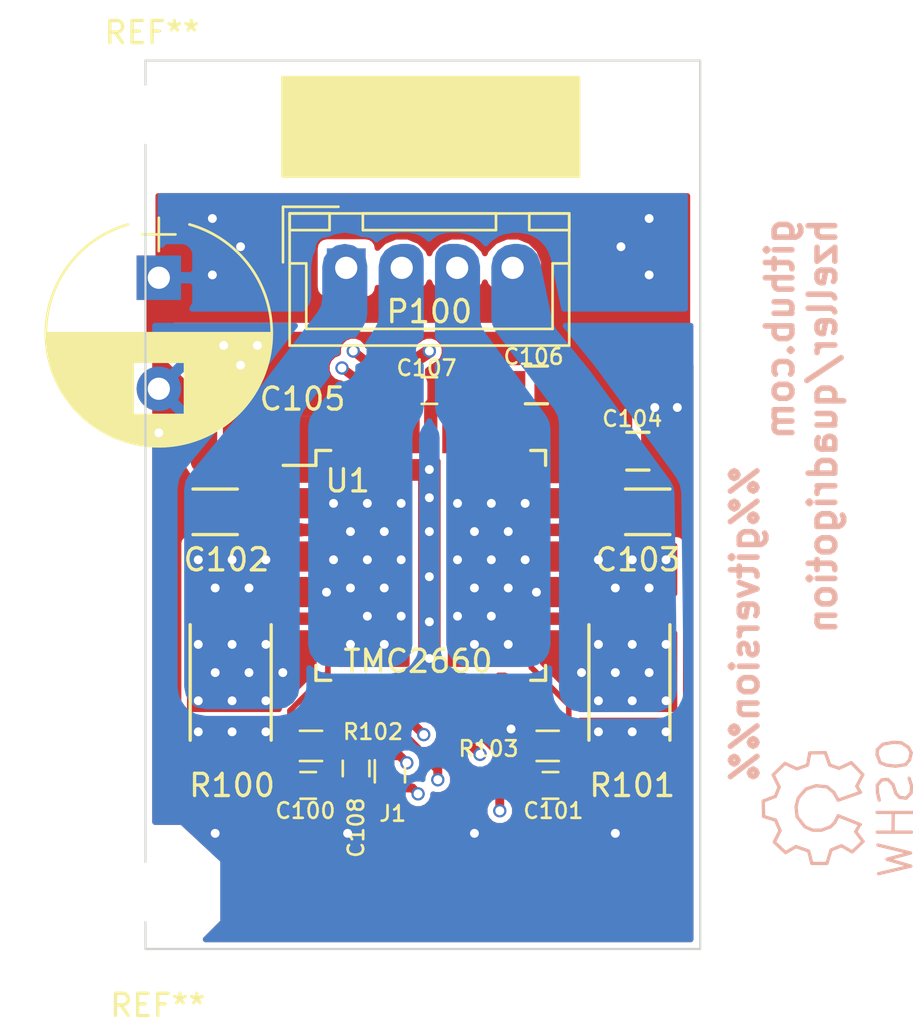
<source format=kicad_pcb>
(kicad_pcb (version 20170922) (host pcbnew "(2017-11-14 revision d504a8bdd)-master")

  (general
    (thickness 1.6)
    (drawings 7)
    (tracks 205)
    (zones 0)
    (modules 19)
    (nets 24)
  )

  (page A4)
  (layers
    (0 F.Cu signal)
    (1 In1.Cu signal)
    (2 In2.Cu signal)
    (31 B.Cu signal)
    (32 B.Adhes user)
    (33 F.Adhes user)
    (34 B.Paste user)
    (35 F.Paste user)
    (36 B.SilkS user)
    (37 F.SilkS user)
    (38 B.Mask user)
    (39 F.Mask user)
    (40 Dwgs.User user)
    (41 Cmts.User user)
    (42 Eco1.User user)
    (43 Eco2.User user)
    (44 Edge.Cuts user)
    (45 Margin user)
    (46 B.CrtYd user)
    (47 F.CrtYd user)
    (48 B.Fab user)
    (49 F.Fab user)
  )

  (setup
    (last_trace_width 0.25)
    (user_trace_width 0.4)
    (user_trace_width 0.6)
    (user_trace_width 0.8)
    (user_trace_width 1)
    (user_trace_width 1.2)
    (trace_clearance 0.127)
    (zone_clearance 0.254)
    (zone_45_only no)
    (trace_min 0.2)
    (segment_width 0.2)
    (edge_width 0.1)
    (via_size 0.6)
    (via_drill 0.4)
    (via_min_size 0.4)
    (via_min_drill 0.3)
    (uvia_size 0.3)
    (uvia_drill 0.1)
    (uvias_allowed no)
    (uvia_min_size 0)
    (uvia_min_drill 0)
    (pcb_text_width 0.3)
    (pcb_text_size 1.5 1.5)
    (mod_edge_width 0.15)
    (mod_text_size 1 1)
    (mod_text_width 0.15)
    (pad_size 2.7 2.7)
    (pad_drill 2.7)
    (pad_to_mask_clearance 0)
    (aux_axis_origin 0 0)
    (visible_elements FFFFEFFF)
    (pcbplotparams
      (layerselection 0x00030_80000001)
      (usegerberextensions false)
      (usegerberattributes true)
      (usegerberadvancedattributes true)
      (creategerberjobfile true)
      (excludeedgelayer true)
      (linewidth 0.100000)
      (plotframeref false)
      (viasonmask false)
      (mode 1)
      (useauxorigin false)
      (hpglpennumber 1)
      (hpglpenspeed 20)
      (hpglpendiameter 15)
      (psnegative false)
      (psa4output false)
      (plotreference true)
      (plotvalue true)
      (plotinvisibletext false)
      (padsonsilk false)
      (subtractmaskfromsilk false)
      (outputformat 1)
      (mirror false)
      (drillshape 1)
      (scaleselection 1)
      (outputdirectory ""))
  )

  (net 0 "")
  (net 1 GND)
  (net 2 VMot)
  (net 3 "Net-(U1-Pad38)")
  (net 4 "Net-(U1-Pad43)")
  (net 5 VCC)
  (net 6 /TMC2660-Block/BRA)
  (net 7 /TMC2660-Block/BRB)
  (net 8 /TMC2660-Block/GLOBAL_MISO)
  (net 9 /TMC2660-Block/MISO)
  (net 10 /TMC2660-Block/MOSI)
  (net 11 /TMC2660-Block/SCLK)
  (net 12 /TMC2660-Block/CS)
  (net 13 /TMC2660-Block/~EN)
  (net 14 /TMC2660-Block/DIR)
  (net 15 /TMC2660-Block/STEP)
  (net 16 /TMC2660-Block/A1)
  (net 17 /TMC2660-Block/A2)
  (net 18 /TMC2660-Block/B2)
  (net 19 /TMC2660-Block/B1)
  (net 20 "Net-(R102-Pad1)")
  (net 21 "Net-(R103-Pad2)")
  (net 22 "Net-(C106-Pad2)")
  (net 23 "Net-(C108-Pad1)")

  (net_class Default "This is the default net class."
    (clearance 0.127)
    (trace_width 0.25)
    (via_dia 0.6)
    (via_drill 0.4)
    (uvia_dia 0.3)
    (uvia_drill 0.1)
    (add_net /TMC2660-Block/A1)
    (add_net /TMC2660-Block/A2)
    (add_net /TMC2660-Block/B1)
    (add_net /TMC2660-Block/B2)
    (add_net /TMC2660-Block/BRA)
    (add_net /TMC2660-Block/BRB)
    (add_net /TMC2660-Block/CS)
    (add_net /TMC2660-Block/DIR)
    (add_net /TMC2660-Block/GLOBAL_MISO)
    (add_net /TMC2660-Block/MISO)
    (add_net /TMC2660-Block/MOSI)
    (add_net /TMC2660-Block/SCLK)
    (add_net /TMC2660-Block/STEP)
    (add_net /TMC2660-Block/~EN)
    (add_net GND)
    (add_net "Net-(C106-Pad2)")
    (add_net "Net-(C108-Pad1)")
    (add_net "Net-(R102-Pad1)")
    (add_net "Net-(R103-Pad2)")
    (add_net "Net-(U1-Pad38)")
    (add_net "Net-(U1-Pad43)")
    (add_net VCC)
  )

  (net_class MotPower ""
    (clearance 0.127)
    (trace_width 0.4)
    (via_dia 0.6)
    (via_drill 0.4)
    (uvia_dia 0.3)
    (uvia_drill 0.1)
    (add_net VMot)
  )

  (module Mounting_Holes:MountingHole_2.7mm_M2.5 locked (layer F.Cu) (tedit 5A0A8EAD) (tstamp 5A0A83D7)
    (at 117.3 34.062)
    (descr "Mounting Hole 2.7mm, no annular, M2.5")
    (tags "mounting hole 2.7mm no annular m2.5")
    (attr virtual)
    (fp_text reference REF** (at 0 -3.7) (layer F.SilkS)
      (effects (font (size 1 1) (thickness 0.15)))
    )
    (fp_text value M2.5 (at 4.064 -4.318) (layer F.Fab)
      (effects (font (size 1 1) (thickness 0.15)))
    )
    (fp_circle (center 0 0) (end 2.95 0) (layer F.CrtYd) (width 0.05))
    (fp_circle (center 0 0) (end 2.7 0) (layer Cmts.User) (width 0.15))
    (fp_text user %R (at 0.3 0) (layer F.Fab)
      (effects (font (size 1 1) (thickness 0.15)))
    )
    (pad "" np_thru_hole circle (at 0 0) (size 2.7 2.7) (drill 2.7) (layers *.Cu *.Mask)
      (clearance 0.7))
  )

  (module Mounting_Holes:MountingHole_2.7mm_M2.5 locked (layer F.Cu) (tedit 5A0A86E5) (tstamp 5A0A82CA)
    (at 117.3 69.062)
    (descr "Mounting Hole 2.7mm, no annular, M2.5")
    (tags "mounting hole 2.7mm no annular m2.5")
    (attr virtual)
    (fp_text reference REF** (at 0.254 5.106) (layer F.SilkS)
      (effects (font (size 1 1) (thickness 0.15)))
    )
    (fp_text value M2.5 (at 0 3.7) (layer F.Fab)
      (effects (font (size 1 1) (thickness 0.15)))
    )
    (fp_circle (center 0 0) (end 2.95 0) (layer F.CrtYd) (width 0.05))
    (fp_circle (center 0 0) (end 2.7 0) (layer Cmts.User) (width 0.15))
    (fp_text user %R (at 0.3 0) (layer F.Fab)
      (effects (font (size 1 1) (thickness 0.15)))
    )
    (pad "" np_thru_hole circle (at 0 0) (size 2.7 2.7) (drill 2.7) (layers *.Cu *.Mask)
      (clearance 0.5))
  )

  (module Resistors_SMD:R_0603 (layer F.Cu) (tedit 5A0CF7A4) (tstamp 5A135173)
    (at 128.016 63.627 90)
    (descr "Resistor SMD 0603, reflow soldering, Vishay (see dcrcw.pdf)")
    (tags "resistor 0603")
    (path /5A0C6878/5A0CA6C8)
    (attr smd)
    (fp_text reference J1 (at -1.905 0.127) (layer F.SilkS)
      (effects (font (size 0.7 0.7) (thickness 0.12)))
    )
    (fp_text value 0R (at 0 1.5 90) (layer F.Fab)
      (effects (font (size 1 1) (thickness 0.15)))
    )
    (fp_text user %R (at -2.159 0.127 180) (layer F.Fab)
      (effects (font (size 0.7 0.7) (thickness 0.1)))
    )
    (fp_line (start -0.8 0.4) (end -0.8 -0.4) (layer F.Fab) (width 0.1))
    (fp_line (start 0.8 0.4) (end -0.8 0.4) (layer F.Fab) (width 0.1))
    (fp_line (start 0.8 -0.4) (end 0.8 0.4) (layer F.Fab) (width 0.1))
    (fp_line (start -0.8 -0.4) (end 0.8 -0.4) (layer F.Fab) (width 0.1))
    (fp_line (start 0.5 0.68) (end -0.5 0.68) (layer F.SilkS) (width 0.12))
    (fp_line (start -0.5 -0.68) (end 0.5 -0.68) (layer F.SilkS) (width 0.12))
    (fp_line (start -1.25 -0.7) (end 1.25 -0.7) (layer F.CrtYd) (width 0.05))
    (fp_line (start -1.25 -0.7) (end -1.25 0.7) (layer F.CrtYd) (width 0.05))
    (fp_line (start 1.25 0.7) (end 1.25 -0.7) (layer F.CrtYd) (width 0.05))
    (fp_line (start 1.25 0.7) (end -1.25 0.7) (layer F.CrtYd) (width 0.05))
    (pad 1 smd rect (at -0.75 0 90) (size 0.5 0.9) (layers F.Cu F.Paste F.Mask)
      (net 8 /TMC2660-Block/GLOBAL_MISO))
    (pad 2 smd rect (at 0.75 0 90) (size 0.5 0.9) (layers F.Cu F.Paste F.Mask)
      (net 9 /TMC2660-Block/MISO))
    (model ${KISYS3DMOD}/Resistors_SMD.3dshapes/R_0603.wrl
      (at (xyz 0 0 0))
      (scale (xyz 1 1 1))
      (rotate (xyz 0 0 0))
    )
  )

  (module Connectors_JST:JST_XH_B04B-XH-A_04x2.50mm_Straight (layer F.Cu) (tedit 58EAE7F0) (tstamp 5A09104F)
    (at 126.0475 40.9575)
    (descr "JST XH series connector, B04B-XH-A, top entry type, through hole")
    (tags "connector jst xh tht top vertical 2.50mm")
    (path /5A0C6878/5A0CA611)
    (fp_text reference P100 (at 3.7465 1.9685) (layer F.SilkS)
      (effects (font (size 1 1) (thickness 0.15)))
    )
    (fp_text value Motor (at 0.1905 2.2225) (layer F.Fab)
      (effects (font (size 1 1) (thickness 0.15)))
    )
    (fp_line (start -2.45 -2.35) (end -2.45 3.4) (layer F.Fab) (width 0.1))
    (fp_line (start -2.45 3.4) (end 9.95 3.4) (layer F.Fab) (width 0.1))
    (fp_line (start 9.95 3.4) (end 9.95 -2.35) (layer F.Fab) (width 0.1))
    (fp_line (start 9.95 -2.35) (end -2.45 -2.35) (layer F.Fab) (width 0.1))
    (fp_line (start -2.95 -2.85) (end -2.95 3.9) (layer F.CrtYd) (width 0.05))
    (fp_line (start -2.95 3.9) (end 10.45 3.9) (layer F.CrtYd) (width 0.05))
    (fp_line (start 10.45 3.9) (end 10.45 -2.85) (layer F.CrtYd) (width 0.05))
    (fp_line (start 10.45 -2.85) (end -2.95 -2.85) (layer F.CrtYd) (width 0.05))
    (fp_line (start -2.55 -2.45) (end -2.55 3.5) (layer F.SilkS) (width 0.12))
    (fp_line (start -2.55 3.5) (end 10.05 3.5) (layer F.SilkS) (width 0.12))
    (fp_line (start 10.05 3.5) (end 10.05 -2.45) (layer F.SilkS) (width 0.12))
    (fp_line (start 10.05 -2.45) (end -2.55 -2.45) (layer F.SilkS) (width 0.12))
    (fp_line (start 0.75 -2.45) (end 0.75 -1.7) (layer F.SilkS) (width 0.12))
    (fp_line (start 0.75 -1.7) (end 6.75 -1.7) (layer F.SilkS) (width 0.12))
    (fp_line (start 6.75 -1.7) (end 6.75 -2.45) (layer F.SilkS) (width 0.12))
    (fp_line (start 6.75 -2.45) (end 0.75 -2.45) (layer F.SilkS) (width 0.12))
    (fp_line (start -2.55 -2.45) (end -2.55 -1.7) (layer F.SilkS) (width 0.12))
    (fp_line (start -2.55 -1.7) (end -0.75 -1.7) (layer F.SilkS) (width 0.12))
    (fp_line (start -0.75 -1.7) (end -0.75 -2.45) (layer F.SilkS) (width 0.12))
    (fp_line (start -0.75 -2.45) (end -2.55 -2.45) (layer F.SilkS) (width 0.12))
    (fp_line (start 8.25 -2.45) (end 8.25 -1.7) (layer F.SilkS) (width 0.12))
    (fp_line (start 8.25 -1.7) (end 10.05 -1.7) (layer F.SilkS) (width 0.12))
    (fp_line (start 10.05 -1.7) (end 10.05 -2.45) (layer F.SilkS) (width 0.12))
    (fp_line (start 10.05 -2.45) (end 8.25 -2.45) (layer F.SilkS) (width 0.12))
    (fp_line (start -2.55 -0.2) (end -1.8 -0.2) (layer F.SilkS) (width 0.12))
    (fp_line (start -1.8 -0.2) (end -1.8 2.75) (layer F.SilkS) (width 0.12))
    (fp_line (start -1.8 2.75) (end 3.75 2.75) (layer F.SilkS) (width 0.12))
    (fp_line (start 10.05 -0.2) (end 9.3 -0.2) (layer F.SilkS) (width 0.12))
    (fp_line (start 9.3 -0.2) (end 9.3 2.75) (layer F.SilkS) (width 0.12))
    (fp_line (start 9.3 2.75) (end 3.75 2.75) (layer F.SilkS) (width 0.12))
    (fp_line (start -0.35 -2.75) (end -2.85 -2.75) (layer F.SilkS) (width 0.12))
    (fp_line (start -2.85 -2.75) (end -2.85 -0.25) (layer F.SilkS) (width 0.12))
    (fp_line (start -0.35 -2.75) (end -2.85 -2.75) (layer F.Fab) (width 0.1))
    (fp_line (start -2.85 -2.75) (end -2.85 -0.25) (layer F.Fab) (width 0.1))
    (fp_text user %R (at 3.75 2.5) (layer F.Fab)
      (effects (font (size 1 1) (thickness 0.15)))
    )
    (pad 1 thru_hole rect (at 0 0) (size 1.75 1.75) (drill 1) (layers *.Cu *.Mask)
      (net 17 /TMC2660-Block/A2))
    (pad 2 thru_hole circle (at 2.5 0) (size 1.75 1.75) (drill 1) (layers *.Cu *.Mask)
      (net 16 /TMC2660-Block/A1))
    (pad 3 thru_hole circle (at 5 0) (size 1.75 1.75) (drill 1) (layers *.Cu *.Mask)
      (net 19 /TMC2660-Block/B1))
    (pad 4 thru_hole circle (at 7.5 0) (size 1.75 1.75) (drill 1) (layers *.Cu *.Mask)
      (net 18 /TMC2660-Block/B2))
    (model Connectors_JST.3dshapes/JST_XH_B04B-XH-A_04x2.50mm_Straight.wrl
      (at (xyz 0 0 0))
      (scale (xyz 1 1 1))
      (rotate (xyz 0 0 0))
    )
  )

  (module Capacitors_THT:CP_Radial_D10.0mm_P5.00mm (layer F.Cu) (tedit 597BC7C2) (tstamp 5A14EA16)
    (at 117.602 41.402 270)
    (descr "CP, Radial series, Radial, pin pitch=5.00mm, , diameter=10mm, Electrolytic Capacitor")
    (tags "CP Radial series Radial pin pitch 5.00mm  diameter 10mm Electrolytic Capacitor")
    (path /5A0C6878/5A0CA6BD)
    (fp_text reference C105 (at 5.461 -6.477) (layer F.SilkS)
      (effects (font (size 1 1) (thickness 0.15)))
    )
    (fp_text value 100u (at 2.5 6.31 270) (layer F.Fab)
      (effects (font (size 1 1) (thickness 0.15)))
    )
    (fp_arc (start 2.5 0) (end -2.399357 -1.38) (angle 148.5) (layer F.SilkS) (width 0.12))
    (fp_arc (start 2.5 0) (end -2.399357 1.38) (angle -148.5) (layer F.SilkS) (width 0.12))
    (fp_arc (start 2.5 0) (end 7.399357 -1.38) (angle 31.5) (layer F.SilkS) (width 0.12))
    (fp_circle (center 2.5 0) (end 7.5 0) (layer F.Fab) (width 0.1))
    (fp_line (start -2.7 0) (end -1.2 0) (layer F.Fab) (width 0.1))
    (fp_line (start -1.95 -0.75) (end -1.95 0.75) (layer F.Fab) (width 0.1))
    (fp_line (start 2.5 -5.05) (end 2.5 5.05) (layer F.SilkS) (width 0.12))
    (fp_line (start 2.54 -5.05) (end 2.54 5.05) (layer F.SilkS) (width 0.12))
    (fp_line (start 2.58 -5.05) (end 2.58 5.05) (layer F.SilkS) (width 0.12))
    (fp_line (start 2.62 -5.049) (end 2.62 5.049) (layer F.SilkS) (width 0.12))
    (fp_line (start 2.66 -5.048) (end 2.66 5.048) (layer F.SilkS) (width 0.12))
    (fp_line (start 2.7 -5.047) (end 2.7 5.047) (layer F.SilkS) (width 0.12))
    (fp_line (start 2.74 -5.045) (end 2.74 5.045) (layer F.SilkS) (width 0.12))
    (fp_line (start 2.78 -5.043) (end 2.78 5.043) (layer F.SilkS) (width 0.12))
    (fp_line (start 2.82 -5.04) (end 2.82 5.04) (layer F.SilkS) (width 0.12))
    (fp_line (start 2.86 -5.038) (end 2.86 5.038) (layer F.SilkS) (width 0.12))
    (fp_line (start 2.9 -5.035) (end 2.9 5.035) (layer F.SilkS) (width 0.12))
    (fp_line (start 2.94 -5.031) (end 2.94 5.031) (layer F.SilkS) (width 0.12))
    (fp_line (start 2.98 -5.028) (end 2.98 5.028) (layer F.SilkS) (width 0.12))
    (fp_line (start 3.02 -5.024) (end 3.02 5.024) (layer F.SilkS) (width 0.12))
    (fp_line (start 3.06 -5.02) (end 3.06 5.02) (layer F.SilkS) (width 0.12))
    (fp_line (start 3.1 -5.015) (end 3.1 5.015) (layer F.SilkS) (width 0.12))
    (fp_line (start 3.14 -5.01) (end 3.14 5.01) (layer F.SilkS) (width 0.12))
    (fp_line (start 3.18 -5.005) (end 3.18 5.005) (layer F.SilkS) (width 0.12))
    (fp_line (start 3.221 -4.999) (end 3.221 4.999) (layer F.SilkS) (width 0.12))
    (fp_line (start 3.261 -4.993) (end 3.261 4.993) (layer F.SilkS) (width 0.12))
    (fp_line (start 3.301 -4.987) (end 3.301 4.987) (layer F.SilkS) (width 0.12))
    (fp_line (start 3.341 -4.981) (end 3.341 4.981) (layer F.SilkS) (width 0.12))
    (fp_line (start 3.381 -4.974) (end 3.381 4.974) (layer F.SilkS) (width 0.12))
    (fp_line (start 3.421 -4.967) (end 3.421 4.967) (layer F.SilkS) (width 0.12))
    (fp_line (start 3.461 -4.959) (end 3.461 4.959) (layer F.SilkS) (width 0.12))
    (fp_line (start 3.501 -4.951) (end 3.501 4.951) (layer F.SilkS) (width 0.12))
    (fp_line (start 3.541 -4.943) (end 3.541 4.943) (layer F.SilkS) (width 0.12))
    (fp_line (start 3.581 -4.935) (end 3.581 4.935) (layer F.SilkS) (width 0.12))
    (fp_line (start 3.621 -4.926) (end 3.621 4.926) (layer F.SilkS) (width 0.12))
    (fp_line (start 3.661 -4.917) (end 3.661 4.917) (layer F.SilkS) (width 0.12))
    (fp_line (start 3.701 -4.907) (end 3.701 4.907) (layer F.SilkS) (width 0.12))
    (fp_line (start 3.741 -4.897) (end 3.741 4.897) (layer F.SilkS) (width 0.12))
    (fp_line (start 3.781 -4.887) (end 3.781 4.887) (layer F.SilkS) (width 0.12))
    (fp_line (start 3.821 -4.876) (end 3.821 -1.181) (layer F.SilkS) (width 0.12))
    (fp_line (start 3.821 1.181) (end 3.821 4.876) (layer F.SilkS) (width 0.12))
    (fp_line (start 3.861 -4.865) (end 3.861 -1.181) (layer F.SilkS) (width 0.12))
    (fp_line (start 3.861 1.181) (end 3.861 4.865) (layer F.SilkS) (width 0.12))
    (fp_line (start 3.901 -4.854) (end 3.901 -1.181) (layer F.SilkS) (width 0.12))
    (fp_line (start 3.901 1.181) (end 3.901 4.854) (layer F.SilkS) (width 0.12))
    (fp_line (start 3.941 -4.843) (end 3.941 -1.181) (layer F.SilkS) (width 0.12))
    (fp_line (start 3.941 1.181) (end 3.941 4.843) (layer F.SilkS) (width 0.12))
    (fp_line (start 3.981 -4.831) (end 3.981 -1.181) (layer F.SilkS) (width 0.12))
    (fp_line (start 3.981 1.181) (end 3.981 4.831) (layer F.SilkS) (width 0.12))
    (fp_line (start 4.021 -4.818) (end 4.021 -1.181) (layer F.SilkS) (width 0.12))
    (fp_line (start 4.021 1.181) (end 4.021 4.818) (layer F.SilkS) (width 0.12))
    (fp_line (start 4.061 -4.806) (end 4.061 -1.181) (layer F.SilkS) (width 0.12))
    (fp_line (start 4.061 1.181) (end 4.061 4.806) (layer F.SilkS) (width 0.12))
    (fp_line (start 4.101 -4.792) (end 4.101 -1.181) (layer F.SilkS) (width 0.12))
    (fp_line (start 4.101 1.181) (end 4.101 4.792) (layer F.SilkS) (width 0.12))
    (fp_line (start 4.141 -4.779) (end 4.141 -1.181) (layer F.SilkS) (width 0.12))
    (fp_line (start 4.141 1.181) (end 4.141 4.779) (layer F.SilkS) (width 0.12))
    (fp_line (start 4.181 -4.765) (end 4.181 -1.181) (layer F.SilkS) (width 0.12))
    (fp_line (start 4.181 1.181) (end 4.181 4.765) (layer F.SilkS) (width 0.12))
    (fp_line (start 4.221 -4.751) (end 4.221 -1.181) (layer F.SilkS) (width 0.12))
    (fp_line (start 4.221 1.181) (end 4.221 4.751) (layer F.SilkS) (width 0.12))
    (fp_line (start 4.261 -4.737) (end 4.261 -1.181) (layer F.SilkS) (width 0.12))
    (fp_line (start 4.261 1.181) (end 4.261 4.737) (layer F.SilkS) (width 0.12))
    (fp_line (start 4.301 -4.722) (end 4.301 -1.181) (layer F.SilkS) (width 0.12))
    (fp_line (start 4.301 1.181) (end 4.301 4.722) (layer F.SilkS) (width 0.12))
    (fp_line (start 4.341 -4.706) (end 4.341 -1.181) (layer F.SilkS) (width 0.12))
    (fp_line (start 4.341 1.181) (end 4.341 4.706) (layer F.SilkS) (width 0.12))
    (fp_line (start 4.381 -4.691) (end 4.381 -1.181) (layer F.SilkS) (width 0.12))
    (fp_line (start 4.381 1.181) (end 4.381 4.691) (layer F.SilkS) (width 0.12))
    (fp_line (start 4.421 -4.674) (end 4.421 -1.181) (layer F.SilkS) (width 0.12))
    (fp_line (start 4.421 1.181) (end 4.421 4.674) (layer F.SilkS) (width 0.12))
    (fp_line (start 4.461 -4.658) (end 4.461 -1.181) (layer F.SilkS) (width 0.12))
    (fp_line (start 4.461 1.181) (end 4.461 4.658) (layer F.SilkS) (width 0.12))
    (fp_line (start 4.501 -4.641) (end 4.501 -1.181) (layer F.SilkS) (width 0.12))
    (fp_line (start 4.501 1.181) (end 4.501 4.641) (layer F.SilkS) (width 0.12))
    (fp_line (start 4.541 -4.624) (end 4.541 -1.181) (layer F.SilkS) (width 0.12))
    (fp_line (start 4.541 1.181) (end 4.541 4.624) (layer F.SilkS) (width 0.12))
    (fp_line (start 4.581 -4.606) (end 4.581 -1.181) (layer F.SilkS) (width 0.12))
    (fp_line (start 4.581 1.181) (end 4.581 4.606) (layer F.SilkS) (width 0.12))
    (fp_line (start 4.621 -4.588) (end 4.621 -1.181) (layer F.SilkS) (width 0.12))
    (fp_line (start 4.621 1.181) (end 4.621 4.588) (layer F.SilkS) (width 0.12))
    (fp_line (start 4.661 -4.569) (end 4.661 -1.181) (layer F.SilkS) (width 0.12))
    (fp_line (start 4.661 1.181) (end 4.661 4.569) (layer F.SilkS) (width 0.12))
    (fp_line (start 4.701 -4.55) (end 4.701 -1.181) (layer F.SilkS) (width 0.12))
    (fp_line (start 4.701 1.181) (end 4.701 4.55) (layer F.SilkS) (width 0.12))
    (fp_line (start 4.741 -4.531) (end 4.741 -1.181) (layer F.SilkS) (width 0.12))
    (fp_line (start 4.741 1.181) (end 4.741 4.531) (layer F.SilkS) (width 0.12))
    (fp_line (start 4.781 -4.511) (end 4.781 -1.181) (layer F.SilkS) (width 0.12))
    (fp_line (start 4.781 1.181) (end 4.781 4.511) (layer F.SilkS) (width 0.12))
    (fp_line (start 4.821 -4.491) (end 4.821 -1.181) (layer F.SilkS) (width 0.12))
    (fp_line (start 4.821 1.181) (end 4.821 4.491) (layer F.SilkS) (width 0.12))
    (fp_line (start 4.861 -4.47) (end 4.861 -1.181) (layer F.SilkS) (width 0.12))
    (fp_line (start 4.861 1.181) (end 4.861 4.47) (layer F.SilkS) (width 0.12))
    (fp_line (start 4.901 -4.449) (end 4.901 -1.181) (layer F.SilkS) (width 0.12))
    (fp_line (start 4.901 1.181) (end 4.901 4.449) (layer F.SilkS) (width 0.12))
    (fp_line (start 4.941 -4.428) (end 4.941 -1.181) (layer F.SilkS) (width 0.12))
    (fp_line (start 4.941 1.181) (end 4.941 4.428) (layer F.SilkS) (width 0.12))
    (fp_line (start 4.981 -4.405) (end 4.981 -1.181) (layer F.SilkS) (width 0.12))
    (fp_line (start 4.981 1.181) (end 4.981 4.405) (layer F.SilkS) (width 0.12))
    (fp_line (start 5.021 -4.383) (end 5.021 -1.181) (layer F.SilkS) (width 0.12))
    (fp_line (start 5.021 1.181) (end 5.021 4.383) (layer F.SilkS) (width 0.12))
    (fp_line (start 5.061 -4.36) (end 5.061 -1.181) (layer F.SilkS) (width 0.12))
    (fp_line (start 5.061 1.181) (end 5.061 4.36) (layer F.SilkS) (width 0.12))
    (fp_line (start 5.101 -4.336) (end 5.101 -1.181) (layer F.SilkS) (width 0.12))
    (fp_line (start 5.101 1.181) (end 5.101 4.336) (layer F.SilkS) (width 0.12))
    (fp_line (start 5.141 -4.312) (end 5.141 -1.181) (layer F.SilkS) (width 0.12))
    (fp_line (start 5.141 1.181) (end 5.141 4.312) (layer F.SilkS) (width 0.12))
    (fp_line (start 5.181 -4.288) (end 5.181 -1.181) (layer F.SilkS) (width 0.12))
    (fp_line (start 5.181 1.181) (end 5.181 4.288) (layer F.SilkS) (width 0.12))
    (fp_line (start 5.221 -4.263) (end 5.221 -1.181) (layer F.SilkS) (width 0.12))
    (fp_line (start 5.221 1.181) (end 5.221 4.263) (layer F.SilkS) (width 0.12))
    (fp_line (start 5.261 -4.237) (end 5.261 -1.181) (layer F.SilkS) (width 0.12))
    (fp_line (start 5.261 1.181) (end 5.261 4.237) (layer F.SilkS) (width 0.12))
    (fp_line (start 5.301 -4.211) (end 5.301 -1.181) (layer F.SilkS) (width 0.12))
    (fp_line (start 5.301 1.181) (end 5.301 4.211) (layer F.SilkS) (width 0.12))
    (fp_line (start 5.341 -4.185) (end 5.341 -1.181) (layer F.SilkS) (width 0.12))
    (fp_line (start 5.341 1.181) (end 5.341 4.185) (layer F.SilkS) (width 0.12))
    (fp_line (start 5.381 -4.157) (end 5.381 -1.181) (layer F.SilkS) (width 0.12))
    (fp_line (start 5.381 1.181) (end 5.381 4.157) (layer F.SilkS) (width 0.12))
    (fp_line (start 5.421 -4.13) (end 5.421 -1.181) (layer F.SilkS) (width 0.12))
    (fp_line (start 5.421 1.181) (end 5.421 4.13) (layer F.SilkS) (width 0.12))
    (fp_line (start 5.461 -4.101) (end 5.461 -1.181) (layer F.SilkS) (width 0.12))
    (fp_line (start 5.461 1.181) (end 5.461 4.101) (layer F.SilkS) (width 0.12))
    (fp_line (start 5.501 -4.072) (end 5.501 -1.181) (layer F.SilkS) (width 0.12))
    (fp_line (start 5.501 1.181) (end 5.501 4.072) (layer F.SilkS) (width 0.12))
    (fp_line (start 5.541 -4.043) (end 5.541 -1.181) (layer F.SilkS) (width 0.12))
    (fp_line (start 5.541 1.181) (end 5.541 4.043) (layer F.SilkS) (width 0.12))
    (fp_line (start 5.581 -4.013) (end 5.581 -1.181) (layer F.SilkS) (width 0.12))
    (fp_line (start 5.581 1.181) (end 5.581 4.013) (layer F.SilkS) (width 0.12))
    (fp_line (start 5.621 -3.982) (end 5.621 -1.181) (layer F.SilkS) (width 0.12))
    (fp_line (start 5.621 1.181) (end 5.621 3.982) (layer F.SilkS) (width 0.12))
    (fp_line (start 5.661 -3.951) (end 5.661 -1.181) (layer F.SilkS) (width 0.12))
    (fp_line (start 5.661 1.181) (end 5.661 3.951) (layer F.SilkS) (width 0.12))
    (fp_line (start 5.701 -3.919) (end 5.701 -1.181) (layer F.SilkS) (width 0.12))
    (fp_line (start 5.701 1.181) (end 5.701 3.919) (layer F.SilkS) (width 0.12))
    (fp_line (start 5.741 -3.886) (end 5.741 -1.181) (layer F.SilkS) (width 0.12))
    (fp_line (start 5.741 1.181) (end 5.741 3.886) (layer F.SilkS) (width 0.12))
    (fp_line (start 5.781 -3.853) (end 5.781 -1.181) (layer F.SilkS) (width 0.12))
    (fp_line (start 5.781 1.181) (end 5.781 3.853) (layer F.SilkS) (width 0.12))
    (fp_line (start 5.821 -3.819) (end 5.821 -1.181) (layer F.SilkS) (width 0.12))
    (fp_line (start 5.821 1.181) (end 5.821 3.819) (layer F.SilkS) (width 0.12))
    (fp_line (start 5.861 -3.784) (end 5.861 -1.181) (layer F.SilkS) (width 0.12))
    (fp_line (start 5.861 1.181) (end 5.861 3.784) (layer F.SilkS) (width 0.12))
    (fp_line (start 5.901 -3.748) (end 5.901 -1.181) (layer F.SilkS) (width 0.12))
    (fp_line (start 5.901 1.181) (end 5.901 3.748) (layer F.SilkS) (width 0.12))
    (fp_line (start 5.941 -3.712) (end 5.941 -1.181) (layer F.SilkS) (width 0.12))
    (fp_line (start 5.941 1.181) (end 5.941 3.712) (layer F.SilkS) (width 0.12))
    (fp_line (start 5.981 -3.675) (end 5.981 -1.181) (layer F.SilkS) (width 0.12))
    (fp_line (start 5.981 1.181) (end 5.981 3.675) (layer F.SilkS) (width 0.12))
    (fp_line (start 6.021 -3.637) (end 6.021 -1.181) (layer F.SilkS) (width 0.12))
    (fp_line (start 6.021 1.181) (end 6.021 3.637) (layer F.SilkS) (width 0.12))
    (fp_line (start 6.061 -3.598) (end 6.061 -1.181) (layer F.SilkS) (width 0.12))
    (fp_line (start 6.061 1.181) (end 6.061 3.598) (layer F.SilkS) (width 0.12))
    (fp_line (start 6.101 -3.559) (end 6.101 -1.181) (layer F.SilkS) (width 0.12))
    (fp_line (start 6.101 1.181) (end 6.101 3.559) (layer F.SilkS) (width 0.12))
    (fp_line (start 6.141 -3.518) (end 6.141 -1.181) (layer F.SilkS) (width 0.12))
    (fp_line (start 6.141 1.181) (end 6.141 3.518) (layer F.SilkS) (width 0.12))
    (fp_line (start 6.181 -3.477) (end 6.181 3.477) (layer F.SilkS) (width 0.12))
    (fp_line (start 6.221 -3.435) (end 6.221 3.435) (layer F.SilkS) (width 0.12))
    (fp_line (start 6.261 -3.391) (end 6.261 3.391) (layer F.SilkS) (width 0.12))
    (fp_line (start 6.301 -3.347) (end 6.301 3.347) (layer F.SilkS) (width 0.12))
    (fp_line (start 6.341 -3.302) (end 6.341 3.302) (layer F.SilkS) (width 0.12))
    (fp_line (start 6.381 -3.255) (end 6.381 3.255) (layer F.SilkS) (width 0.12))
    (fp_line (start 6.421 -3.207) (end 6.421 3.207) (layer F.SilkS) (width 0.12))
    (fp_line (start 6.461 -3.158) (end 6.461 3.158) (layer F.SilkS) (width 0.12))
    (fp_line (start 6.501 -3.108) (end 6.501 3.108) (layer F.SilkS) (width 0.12))
    (fp_line (start 6.541 -3.057) (end 6.541 3.057) (layer F.SilkS) (width 0.12))
    (fp_line (start 6.581 -3.004) (end 6.581 3.004) (layer F.SilkS) (width 0.12))
    (fp_line (start 6.621 -2.949) (end 6.621 2.949) (layer F.SilkS) (width 0.12))
    (fp_line (start 6.661 -2.894) (end 6.661 2.894) (layer F.SilkS) (width 0.12))
    (fp_line (start 6.701 -2.836) (end 6.701 2.836) (layer F.SilkS) (width 0.12))
    (fp_line (start 6.741 -2.777) (end 6.741 2.777) (layer F.SilkS) (width 0.12))
    (fp_line (start 6.781 -2.715) (end 6.781 2.715) (layer F.SilkS) (width 0.12))
    (fp_line (start 6.821 -2.652) (end 6.821 2.652) (layer F.SilkS) (width 0.12))
    (fp_line (start 6.861 -2.587) (end 6.861 2.587) (layer F.SilkS) (width 0.12))
    (fp_line (start 6.901 -2.519) (end 6.901 2.519) (layer F.SilkS) (width 0.12))
    (fp_line (start 6.941 -2.449) (end 6.941 2.449) (layer F.SilkS) (width 0.12))
    (fp_line (start 6.981 -2.377) (end 6.981 2.377) (layer F.SilkS) (width 0.12))
    (fp_line (start 7.021 -2.301) (end 7.021 2.301) (layer F.SilkS) (width 0.12))
    (fp_line (start 7.061 -2.222) (end 7.061 2.222) (layer F.SilkS) (width 0.12))
    (fp_line (start 7.101 -2.14) (end 7.101 2.14) (layer F.SilkS) (width 0.12))
    (fp_line (start 7.141 -2.053) (end 7.141 2.053) (layer F.SilkS) (width 0.12))
    (fp_line (start 7.181 -1.962) (end 7.181 1.962) (layer F.SilkS) (width 0.12))
    (fp_line (start 7.221 -1.866) (end 7.221 1.866) (layer F.SilkS) (width 0.12))
    (fp_line (start 7.261 -1.763) (end 7.261 1.763) (layer F.SilkS) (width 0.12))
    (fp_line (start 7.301 -1.654) (end 7.301 1.654) (layer F.SilkS) (width 0.12))
    (fp_line (start 7.341 -1.536) (end 7.341 1.536) (layer F.SilkS) (width 0.12))
    (fp_line (start 7.381 -1.407) (end 7.381 1.407) (layer F.SilkS) (width 0.12))
    (fp_line (start 7.421 -1.265) (end 7.421 1.265) (layer F.SilkS) (width 0.12))
    (fp_line (start 7.461 -1.104) (end 7.461 1.104) (layer F.SilkS) (width 0.12))
    (fp_line (start 7.501 -0.913) (end 7.501 0.913) (layer F.SilkS) (width 0.12))
    (fp_line (start 7.541 -0.672) (end 7.541 0.672) (layer F.SilkS) (width 0.12))
    (fp_line (start 7.581 -0.279) (end 7.581 0.279) (layer F.SilkS) (width 0.12))
    (fp_line (start -2.7 0) (end -1.2 0) (layer F.SilkS) (width 0.12))
    (fp_line (start -1.95 -0.75) (end -1.95 0.75) (layer F.SilkS) (width 0.12))
    (fp_line (start -2.85 -5.35) (end -2.85 5.35) (layer F.CrtYd) (width 0.05))
    (fp_line (start -2.85 5.35) (end 7.85 5.35) (layer F.CrtYd) (width 0.05))
    (fp_line (start 7.85 5.35) (end 7.85 -5.35) (layer F.CrtYd) (width 0.05))
    (fp_line (start 7.85 -5.35) (end -2.85 -5.35) (layer F.CrtYd) (width 0.05))
    (fp_text user %R (at 2.5 0 270) (layer F.Fab)
      (effects (font (size 1 1) (thickness 0.15)))
    )
    (pad 1 thru_hole rect (at 0 0 270) (size 2 2) (drill 1) (layers *.Cu *.Mask)
      (net 2 VMot))
    (pad 2 thru_hole circle (at 5 0 270) (size 2 2) (drill 1) (layers *.Cu *.Mask)
      (net 1 GND))
    (model ${KISYS3DMOD}/Capacitors_THT.3dshapes/CP_Radial_D10.0mm_P5.00mm.wrl
      (at (xyz 0 0 0))
      (scale (xyz 1 1 1))
      (rotate (xyz 0 0 0))
    )
  )

  (module Capacitors_SMD:C_0603 (layer F.Cu) (tedit 5A0CF79D) (tstamp 5A146299)
    (at 135.255 64.262 180)
    (descr "Capacitor SMD 0603, reflow soldering, AVX (see smccp.pdf)")
    (tags "capacitor 0603")
    (path /5A0C6878/5A0CA683)
    (attr smd)
    (fp_text reference C101 (at -0.127 -1.143) (layer F.SilkS)
      (effects (font (size 0.7 0.7) (thickness 0.12)))
    )
    (fp_text value 10n (at 0 1.5 180) (layer F.Fab)
      (effects (font (size 1 1) (thickness 0.15)))
    )
    (fp_text user %R (at 0 0 180) (layer F.Fab)
      (effects (font (size 0.3 0.3) (thickness 0.075)))
    )
    (fp_line (start -0.8 0.4) (end -0.8 -0.4) (layer F.Fab) (width 0.1))
    (fp_line (start 0.8 0.4) (end -0.8 0.4) (layer F.Fab) (width 0.1))
    (fp_line (start 0.8 -0.4) (end 0.8 0.4) (layer F.Fab) (width 0.1))
    (fp_line (start -0.8 -0.4) (end 0.8 -0.4) (layer F.Fab) (width 0.1))
    (fp_line (start -0.35 -0.6) (end 0.35 -0.6) (layer F.SilkS) (width 0.12))
    (fp_line (start 0.35 0.6) (end -0.35 0.6) (layer F.SilkS) (width 0.12))
    (fp_line (start -1.4 -0.65) (end 1.4 -0.65) (layer F.CrtYd) (width 0.05))
    (fp_line (start -1.4 -0.65) (end -1.4 0.65) (layer F.CrtYd) (width 0.05))
    (fp_line (start 1.4 0.65) (end 1.4 -0.65) (layer F.CrtYd) (width 0.05))
    (fp_line (start 1.4 0.65) (end -1.4 0.65) (layer F.CrtYd) (width 0.05))
    (pad 1 smd rect (at -0.75 0 180) (size 0.8 0.75) (layers F.Cu F.Paste F.Mask)
      (net 7 /TMC2660-Block/BRB))
    (pad 2 smd rect (at 0.75 0 180) (size 0.8 0.75) (layers F.Cu F.Paste F.Mask)
      (net 1 GND))
    (model Capacitors_SMD.3dshapes/C_0603.wrl
      (at (xyz 0 0 0))
      (scale (xyz 1 1 1))
      (rotate (xyz 0 0 0))
    )
  )

  (module Capacitors_SMD:C_0603 (layer F.Cu) (tedit 5A0CF7AE) (tstamp 5A146289)
    (at 124.333 64.262 180)
    (descr "Capacitor SMD 0603, reflow soldering, AVX (see smccp.pdf)")
    (tags "capacitor 0603")
    (path /5A0C6878/5A0CA67B)
    (attr smd)
    (fp_text reference C100 (at 0.127 -1.143) (layer F.SilkS)
      (effects (font (size 0.7 0.7) (thickness 0.12)))
    )
    (fp_text value 10n (at 3.048 -0.381 180) (layer F.Fab)
      (effects (font (size 1 1) (thickness 0.15)))
    )
    (fp_line (start 1.4 0.65) (end -1.4 0.65) (layer F.CrtYd) (width 0.05))
    (fp_line (start 1.4 0.65) (end 1.4 -0.65) (layer F.CrtYd) (width 0.05))
    (fp_line (start -1.4 -0.65) (end -1.4 0.65) (layer F.CrtYd) (width 0.05))
    (fp_line (start -1.4 -0.65) (end 1.4 -0.65) (layer F.CrtYd) (width 0.05))
    (fp_line (start 0.35 0.6) (end -0.35 0.6) (layer F.SilkS) (width 0.12))
    (fp_line (start -0.35 -0.6) (end 0.35 -0.6) (layer F.SilkS) (width 0.12))
    (fp_line (start -0.8 -0.4) (end 0.8 -0.4) (layer F.Fab) (width 0.1))
    (fp_line (start 0.8 -0.4) (end 0.8 0.4) (layer F.Fab) (width 0.1))
    (fp_line (start 0.8 0.4) (end -0.8 0.4) (layer F.Fab) (width 0.1))
    (fp_line (start -0.8 0.4) (end -0.8 -0.4) (layer F.Fab) (width 0.1))
    (fp_text user %R (at 0 0 180) (layer F.Fab)
      (effects (font (size 0.3 0.3) (thickness 0.075)))
    )
    (pad 2 smd rect (at 0.75 0 180) (size 0.8 0.75) (layers F.Cu F.Paste F.Mask)
      (net 6 /TMC2660-Block/BRA))
    (pad 1 smd rect (at -0.75 0 180) (size 0.8 0.75) (layers F.Cu F.Paste F.Mask)
      (net 1 GND))
    (model Capacitors_SMD.3dshapes/C_0603.wrl
      (at (xyz 0 0 0))
      (scale (xyz 1 1 1))
      (rotate (xyz 0 0 0))
    )
  )

  (module Capacitors_SMD:C_0603 (layer F.Cu) (tedit 5A0CF80B) (tstamp 5A146279)
    (at 129.794 46.482)
    (descr "Capacitor SMD 0603, reflow soldering, AVX (see smccp.pdf)")
    (tags "capacitor 0603")
    (path /5A0C6878/5A0CA648)
    (attr smd)
    (fp_text reference C107 (at -0.127 -1.016) (layer F.SilkS)
      (effects (font (size 0.7 0.7) (thickness 0.12)))
    )
    (fp_text value 100n (at 0 1.5) (layer F.Fab)
      (effects (font (size 1 1) (thickness 0.15)))
    )
    (fp_text user %R (at 0 0) (layer F.Fab)
      (effects (font (size 0.3 0.3) (thickness 0.075)))
    )
    (fp_line (start -0.8 0.4) (end -0.8 -0.4) (layer F.Fab) (width 0.1))
    (fp_line (start 0.8 0.4) (end -0.8 0.4) (layer F.Fab) (width 0.1))
    (fp_line (start 0.8 -0.4) (end 0.8 0.4) (layer F.Fab) (width 0.1))
    (fp_line (start -0.8 -0.4) (end 0.8 -0.4) (layer F.Fab) (width 0.1))
    (fp_line (start -0.35 -0.6) (end 0.35 -0.6) (layer F.SilkS) (width 0.12))
    (fp_line (start 0.35 0.6) (end -0.35 0.6) (layer F.SilkS) (width 0.12))
    (fp_line (start -1.4 -0.65) (end 1.4 -0.65) (layer F.CrtYd) (width 0.05))
    (fp_line (start -1.4 -0.65) (end -1.4 0.65) (layer F.CrtYd) (width 0.05))
    (fp_line (start 1.4 0.65) (end 1.4 -0.65) (layer F.CrtYd) (width 0.05))
    (fp_line (start 1.4 0.65) (end -1.4 0.65) (layer F.CrtYd) (width 0.05))
    (pad 1 smd rect (at -0.75 0) (size 0.8 0.75) (layers F.Cu F.Paste F.Mask)
      (net 5 VCC))
    (pad 2 smd rect (at 0.75 0) (size 0.8 0.75) (layers F.Cu F.Paste F.Mask)
      (net 1 GND))
    (model Capacitors_SMD.3dshapes/C_0603.wrl
      (at (xyz 0 0 0))
      (scale (xyz 1 1 1))
      (rotate (xyz 0 0 0))
    )
  )

  (module Capacitors_SMD:C_0603 (layer F.Cu) (tedit 5A0CF7A8) (tstamp 5A146269)
    (at 126.492 63.5 270)
    (descr "Capacitor SMD 0603, reflow soldering, AVX (see smccp.pdf)")
    (tags "capacitor 0603")
    (path /5A0C6878/5A0CA61C)
    (attr smd)
    (fp_text reference C108 (at 2.667 0 90) (layer F.SilkS)
      (effects (font (size 0.7 0.7) (thickness 0.12)))
    )
    (fp_text value 470n (at 0 1.5 270) (layer F.Fab)
      (effects (font (size 1 1) (thickness 0.15)))
    )
    (fp_line (start 1.4 0.65) (end -1.4 0.65) (layer F.CrtYd) (width 0.05))
    (fp_line (start 1.4 0.65) (end 1.4 -0.65) (layer F.CrtYd) (width 0.05))
    (fp_line (start -1.4 -0.65) (end -1.4 0.65) (layer F.CrtYd) (width 0.05))
    (fp_line (start -1.4 -0.65) (end 1.4 -0.65) (layer F.CrtYd) (width 0.05))
    (fp_line (start 0.35 0.6) (end -0.35 0.6) (layer F.SilkS) (width 0.12))
    (fp_line (start -0.35 -0.6) (end 0.35 -0.6) (layer F.SilkS) (width 0.12))
    (fp_line (start -0.8 -0.4) (end 0.8 -0.4) (layer F.Fab) (width 0.1))
    (fp_line (start 0.8 -0.4) (end 0.8 0.4) (layer F.Fab) (width 0.1))
    (fp_line (start 0.8 0.4) (end -0.8 0.4) (layer F.Fab) (width 0.1))
    (fp_line (start -0.8 0.4) (end -0.8 -0.4) (layer F.Fab) (width 0.1))
    (fp_text user %R (at 0 0 270) (layer F.Fab)
      (effects (font (size 0.3 0.3) (thickness 0.075)))
    )
    (pad 2 smd rect (at 0.75 0 270) (size 0.8 0.75) (layers F.Cu F.Paste F.Mask)
      (net 1 GND))
    (pad 1 smd rect (at -0.75 0 270) (size 0.8 0.75) (layers F.Cu F.Paste F.Mask)
      (net 23 "Net-(C108-Pad1)"))
    (model Capacitors_SMD.3dshapes/C_0603.wrl
      (at (xyz 0 0 0))
      (scale (xyz 1 1 1))
      (rotate (xyz 0 0 0))
    )
  )

  (module Resistors_SMD:R_0603 (layer F.Cu) (tedit 5A0CF795) (tstamp 5A146149)
    (at 135.128 62.484 180)
    (descr "Resistor SMD 0603, reflow soldering, Vishay (see dcrcw.pdf)")
    (tags "resistor 0603")
    (path /5A0C6878/5A0CA5FF)
    (attr smd)
    (fp_text reference R103 (at 2.667 -0.127) (layer F.SilkS)
      (effects (font (size 0.7 0.7) (thickness 0.12)))
    )
    (fp_text value 10R (at 0 1.5 180) (layer F.Fab)
      (effects (font (size 1 1) (thickness 0.15)))
    )
    (fp_line (start 1.25 0.7) (end -1.25 0.7) (layer F.CrtYd) (width 0.05))
    (fp_line (start 1.25 0.7) (end 1.25 -0.7) (layer F.CrtYd) (width 0.05))
    (fp_line (start -1.25 -0.7) (end -1.25 0.7) (layer F.CrtYd) (width 0.05))
    (fp_line (start -1.25 -0.7) (end 1.25 -0.7) (layer F.CrtYd) (width 0.05))
    (fp_line (start -0.5 -0.68) (end 0.5 -0.68) (layer F.SilkS) (width 0.12))
    (fp_line (start 0.5 0.68) (end -0.5 0.68) (layer F.SilkS) (width 0.12))
    (fp_line (start -0.8 -0.4) (end 0.8 -0.4) (layer F.Fab) (width 0.1))
    (fp_line (start 0.8 -0.4) (end 0.8 0.4) (layer F.Fab) (width 0.1))
    (fp_line (start 0.8 0.4) (end -0.8 0.4) (layer F.Fab) (width 0.1))
    (fp_line (start -0.8 0.4) (end -0.8 -0.4) (layer F.Fab) (width 0.1))
    (fp_text user %R (at 0 0 180) (layer F.Fab)
      (effects (font (size 0.4 0.4) (thickness 0.075)))
    )
    (pad 2 smd rect (at 0.75 0 180) (size 0.5 0.9) (layers F.Cu F.Paste F.Mask)
      (net 21 "Net-(R103-Pad2)"))
    (pad 1 smd rect (at -0.75 0 180) (size 0.5 0.9) (layers F.Cu F.Paste F.Mask)
      (net 7 /TMC2660-Block/BRB))
    (model ${KISYS3DMOD}/Resistors_SMD.3dshapes/R_0603.wrl
      (at (xyz 0 0 0))
      (scale (xyz 1 1 1))
      (rotate (xyz 0 0 0))
    )
  )

  (module Resistors_SMD:R_0603 (layer F.Cu) (tedit 5A0CF787) (tstamp 5A146139)
    (at 124.46 62.484 180)
    (descr "Resistor SMD 0603, reflow soldering, Vishay (see dcrcw.pdf)")
    (tags "resistor 0603")
    (path /5A0C6878/5A0CA5F8)
    (attr smd)
    (fp_text reference R102 (at -2.794 0.635) (layer F.SilkS)
      (effects (font (size 0.7 0.7) (thickness 0.12)))
    )
    (fp_text value 10R (at 0.127 2.54 180) (layer F.Fab)
      (effects (font (size 1 1) (thickness 0.15)))
    )
    (fp_text user %R (at 0 0 180) (layer F.Fab)
      (effects (font (size 0.4 0.4) (thickness 0.075)))
    )
    (fp_line (start -0.8 0.4) (end -0.8 -0.4) (layer F.Fab) (width 0.1))
    (fp_line (start 0.8 0.4) (end -0.8 0.4) (layer F.Fab) (width 0.1))
    (fp_line (start 0.8 -0.4) (end 0.8 0.4) (layer F.Fab) (width 0.1))
    (fp_line (start -0.8 -0.4) (end 0.8 -0.4) (layer F.Fab) (width 0.1))
    (fp_line (start 0.5 0.68) (end -0.5 0.68) (layer F.SilkS) (width 0.12))
    (fp_line (start -0.5 -0.68) (end 0.5 -0.68) (layer F.SilkS) (width 0.12))
    (fp_line (start -1.25 -0.7) (end 1.25 -0.7) (layer F.CrtYd) (width 0.05))
    (fp_line (start -1.25 -0.7) (end -1.25 0.7) (layer F.CrtYd) (width 0.05))
    (fp_line (start 1.25 0.7) (end 1.25 -0.7) (layer F.CrtYd) (width 0.05))
    (fp_line (start 1.25 0.7) (end -1.25 0.7) (layer F.CrtYd) (width 0.05))
    (pad 1 smd rect (at -0.75 0 180) (size 0.5 0.9) (layers F.Cu F.Paste F.Mask)
      (net 20 "Net-(R102-Pad1)"))
    (pad 2 smd rect (at 0.75 0 180) (size 0.5 0.9) (layers F.Cu F.Paste F.Mask)
      (net 6 /TMC2660-Block/BRA))
    (model ${KISYS3DMOD}/Resistors_SMD.3dshapes/R_0603.wrl
      (at (xyz 0 0 0))
      (scale (xyz 1 1 1))
      (rotate (xyz 0 0 0))
    )
  )

  (module Housings_QFP:LQFP-44_10x10mm_Pitch0.8mm (layer F.Cu) (tedit 5673CAD8) (tstamp 5672E9FF)
    (at 129.8575 54.356)
    (descr "LQFP44 (see Appnote_PCB_Guidelines_TRINAMIC_packages.pdf)")
    (tags "QFP 0.8")
    (path /5A0C6878/5A0CA62A)
    (attr smd)
    (fp_text reference U1 (at -3.7465 -3.81) (layer F.SilkS)
      (effects (font (size 1 1) (thickness 0.15)))
    )
    (fp_text value TMC2660 (at -0.5715 4.318) (layer F.SilkS)
      (effects (font (size 1 1) (thickness 0.15)))
    )
    (fp_line (start -6.9 -6.9) (end -6.9 6.9) (layer F.CrtYd) (width 0.05))
    (fp_line (start 6.9 -6.9) (end 6.9 6.9) (layer F.CrtYd) (width 0.05))
    (fp_line (start -6.9 -6.9) (end 6.9 -6.9) (layer F.CrtYd) (width 0.05))
    (fp_line (start -6.9 6.9) (end 6.9 6.9) (layer F.CrtYd) (width 0.05))
    (fp_line (start -5.175 -5.175) (end -5.175 -4.505) (layer F.SilkS) (width 0.15))
    (fp_line (start 5.175 -5.175) (end 5.175 -4.505) (layer F.SilkS) (width 0.15))
    (fp_line (start 5.175 5.175) (end 5.175 4.505) (layer F.SilkS) (width 0.15))
    (fp_line (start -5.175 5.175) (end -5.175 4.505) (layer F.SilkS) (width 0.15))
    (fp_line (start -5.175 -5.175) (end -4.505 -5.175) (layer F.SilkS) (width 0.15))
    (fp_line (start -5.175 5.175) (end -4.505 5.175) (layer F.SilkS) (width 0.15))
    (fp_line (start 5.175 5.175) (end 4.505 5.175) (layer F.SilkS) (width 0.15))
    (fp_line (start 5.175 -5.175) (end 4.505 -5.175) (layer F.SilkS) (width 0.15))
    (fp_line (start -5.175 -4.505) (end -6.65 -4.505) (layer F.SilkS) (width 0.15))
    (pad 1 smd rect (at -5.85 -4) (size 1.6 0.56) (layers F.Cu F.Paste F.Mask)
      (net 1 GND))
    (pad 2 smd rect (at -5.85 -3.2) (size 1.6 0.56) (layers F.Cu F.Paste F.Mask)
      (net 16 /TMC2660-Block/A1))
    (pad 3 smd rect (at -5.85 -2.4) (size 1.6 0.56) (layers F.Cu F.Paste F.Mask)
      (net 16 /TMC2660-Block/A1))
    (pad 4 smd rect (at -5.85 -1.6) (size 1.6 0.56) (layers F.Cu F.Paste F.Mask)
      (net 2 VMot))
    (pad 5 smd rect (at -5.85 -0.8) (size 1.6 0.56) (layers F.Cu F.Paste F.Mask)
      (net 17 /TMC2660-Block/A2))
    (pad 6 smd rect (at -5.85 0) (size 1.6 0.56) (layers F.Cu F.Paste F.Mask)
      (net 17 /TMC2660-Block/A2))
    (pad 7 smd rect (at -5.85 0.8) (size 1.6 0.56) (layers F.Cu F.Paste F.Mask)
      (net 16 /TMC2660-Block/A1))
    (pad 8 smd rect (at -5.85 1.6) (size 1.6 0.56) (layers F.Cu F.Paste F.Mask)
      (net 16 /TMC2660-Block/A1))
    (pad 9 smd rect (at -5.85 2.4) (size 1.6 0.56) (layers F.Cu F.Paste F.Mask)
      (net 6 /TMC2660-Block/BRA))
    (pad 10 smd rect (at -5.85 3.2) (size 1.6 0.56) (layers F.Cu F.Paste F.Mask)
      (net 17 /TMC2660-Block/A2))
    (pad 11 smd rect (at -5.85 4) (size 1.6 0.56) (layers F.Cu F.Paste F.Mask)
      (net 17 /TMC2660-Block/A2))
    (pad 12 smd rect (at -4 5.85 90) (size 1.6 0.56) (layers F.Cu F.Paste F.Mask)
      (net 20 "Net-(R102-Pad1)"))
    (pad 13 smd rect (at -3.2 5.85 90) (size 1.6 0.56) (layers F.Cu F.Paste F.Mask)
      (net 23 "Net-(C108-Pad1)"))
    (pad 14 smd rect (at -2.4 5.85 90) (size 1.6 0.56) (layers F.Cu F.Paste F.Mask)
      (net 9 /TMC2660-Block/MISO))
    (pad 15 smd rect (at -1.6 5.85 90) (size 1.6 0.56) (layers F.Cu F.Paste F.Mask)
      (net 10 /TMC2660-Block/MOSI))
    (pad 16 smd rect (at -0.8 5.85 90) (size 1.6 0.56) (layers F.Cu F.Paste F.Mask)
      (net 11 /TMC2660-Block/SCLK))
    (pad 17 smd rect (at 0 5.85 90) (size 1.6 0.56) (layers F.Cu F.Paste F.Mask)
      (net 1 GND))
    (pad 18 smd rect (at 0.8 5.85 90) (size 1.6 0.56) (layers F.Cu F.Paste F.Mask)
      (net 12 /TMC2660-Block/CS))
    (pad 19 smd rect (at 1.6 5.85 90) (size 1.6 0.56) (layers F.Cu F.Paste F.Mask)
      (net 13 /TMC2660-Block/~EN))
    (pad 20 smd rect (at 2.4 5.85 90) (size 1.6 0.56) (layers F.Cu F.Paste F.Mask))
    (pad 21 smd rect (at 3.2 5.85 90) (size 1.6 0.56) (layers F.Cu F.Paste F.Mask)
      (net 1 GND))
    (pad 22 smd rect (at 4 5.85 90) (size 1.6 0.56) (layers F.Cu F.Paste F.Mask)
      (net 21 "Net-(R103-Pad2)"))
    (pad 23 smd rect (at 5.85 4) (size 1.6 0.56) (layers F.Cu F.Paste F.Mask)
      (net 18 /TMC2660-Block/B2))
    (pad 24 smd rect (at 5.85 3.2) (size 1.6 0.56) (layers F.Cu F.Paste F.Mask)
      (net 18 /TMC2660-Block/B2))
    (pad 25 smd rect (at 5.85 2.4) (size 1.6 0.56) (layers F.Cu F.Paste F.Mask)
      (net 7 /TMC2660-Block/BRB))
    (pad 26 smd rect (at 5.85 1.6) (size 1.6 0.56) (layers F.Cu F.Paste F.Mask)
      (net 19 /TMC2660-Block/B1))
    (pad 27 smd rect (at 5.85 0.8) (size 1.6 0.56) (layers F.Cu F.Paste F.Mask)
      (net 19 /TMC2660-Block/B1))
    (pad 28 smd rect (at 5.85 0) (size 1.6 0.56) (layers F.Cu F.Paste F.Mask)
      (net 18 /TMC2660-Block/B2))
    (pad 29 smd rect (at 5.85 -0.8) (size 1.6 0.56) (layers F.Cu F.Paste F.Mask)
      (net 18 /TMC2660-Block/B2))
    (pad 30 smd rect (at 5.85 -1.6) (size 1.6 0.56) (layers F.Cu F.Paste F.Mask)
      (net 2 VMot))
    (pad 31 smd rect (at 5.85 -2.4) (size 1.6 0.56) (layers F.Cu F.Paste F.Mask)
      (net 19 /TMC2660-Block/B1))
    (pad 32 smd rect (at 5.85 -3.2) (size 1.6 0.56) (layers F.Cu F.Paste F.Mask)
      (net 19 /TMC2660-Block/B1))
    (pad 33 smd rect (at 5.85 -4) (size 1.6 0.56) (layers F.Cu F.Paste F.Mask)
      (net 2 VMot))
    (pad 34 smd rect (at 4 -5.85 90) (size 1.6 0.56) (layers F.Cu F.Paste F.Mask))
    (pad 35 smd rect (at 3.2 -5.85 90) (size 1.6 0.56) (layers F.Cu F.Paste F.Mask)
      (net 22 "Net-(C106-Pad2)"))
    (pad 36 smd rect (at 2.4 -5.85 90) (size 1.6 0.56) (layers F.Cu F.Paste F.Mask)
      (net 2 VMot))
    (pad 37 smd rect (at 1.6 -5.85 90) (size 1.6 0.56) (layers F.Cu F.Paste F.Mask))
    (pad 38 smd rect (at 0.8 -5.85 90) (size 1.6 0.56) (layers F.Cu F.Paste F.Mask)
      (net 3 "Net-(U1-Pad38)"))
    (pad 39 smd rect (at 0 -5.85 90) (size 1.6 0.56) (layers F.Cu F.Paste F.Mask)
      (net 1 GND))
    (pad 40 smd rect (at -0.8 -5.85 90) (size 1.6 0.56) (layers F.Cu F.Paste F.Mask)
      (net 5 VCC))
    (pad 41 smd rect (at -1.6 -5.85 90) (size 1.6 0.56) (layers F.Cu F.Paste F.Mask)
      (net 14 /TMC2660-Block/DIR))
    (pad 42 smd rect (at -2.4 -5.85 90) (size 1.6 0.56) (layers F.Cu F.Paste F.Mask)
      (net 15 /TMC2660-Block/STEP))
    (pad 43 smd rect (at -3.2 -5.85 90) (size 1.6 0.56) (layers F.Cu F.Paste F.Mask)
      (net 4 "Net-(U1-Pad43)"))
    (pad 44 smd rect (at -4 -5.85 90) (size 1.6 0.56) (layers F.Cu F.Paste F.Mask)
      (net 1 GND))
    (model Housings_QFP.3dshapes/LQFP-44_10x10mm_Pitch0.8mm.wrl
      (at (xyz 0 0 0))
      (scale (xyz 1 1 1))
      (rotate (xyz 0 0 0))
    )
  )

  (module Capacitors_SMD:C_0805 (layer F.Cu) (tedit 5A0CF813) (tstamp 5576CB03)
    (at 134.62 46.228 180)
    (descr "Capacitor SMD 0805, reflow soldering, AVX (see smccp.pdf)")
    (tags "capacitor 0805")
    (path /5A0C6878/5A0CA5D3)
    (attr smd)
    (fp_text reference C106 (at 0.127 1.27) (layer F.SilkS)
      (effects (font (size 0.7 0.7) (thickness 0.12)))
    )
    (fp_text value 100n (at -0.127 -1.778 180) (layer F.Fab)
      (effects (font (size 1 1) (thickness 0.15)))
    )
    (fp_line (start -1.8 -1) (end 1.8 -1) (layer F.CrtYd) (width 0.05))
    (fp_line (start -1.8 1) (end 1.8 1) (layer F.CrtYd) (width 0.05))
    (fp_line (start -1.8 -1) (end -1.8 1) (layer F.CrtYd) (width 0.05))
    (fp_line (start 1.8 -1) (end 1.8 1) (layer F.CrtYd) (width 0.05))
    (fp_line (start 0.5 -0.85) (end -0.5 -0.85) (layer F.SilkS) (width 0.15))
    (fp_line (start -0.5 0.85) (end 0.5 0.85) (layer F.SilkS) (width 0.15))
    (pad 1 smd rect (at -1 0 180) (size 1 1.25) (layers F.Cu F.Paste F.Mask)
      (net 2 VMot))
    (pad 2 smd rect (at 1 0 180) (size 1 1.25) (layers F.Cu F.Paste F.Mask)
      (net 22 "Net-(C106-Pad2)"))
    (model Capacitors_SMD.3dshapes/C_0805.wrl
      (at (xyz 0 0 0))
      (scale (xyz 1 1 1))
      (rotate (xyz 0 0 0))
    )
  )

  (module Capacitors_SMD:C_0805 (layer F.Cu) (tedit 5A0CF81C) (tstamp 5576CB09)
    (at 139.192 49.2125)
    (descr "Capacitor SMD 0805, reflow soldering, AVX (see smccp.pdf)")
    (tags "capacitor 0805")
    (path /5A0C6878/5A0CA5DE)
    (attr smd)
    (fp_text reference C104 (at -0.254 -1.4605) (layer F.SilkS)
      (effects (font (size 0.7 0.7) (thickness 0.12)))
    )
    (fp_text value 100n (at 2.794 -0.4445 90) (layer F.Fab)
      (effects (font (size 1 1) (thickness 0.15)))
    )
    (fp_line (start -1.8 -1) (end 1.8 -1) (layer F.CrtYd) (width 0.05))
    (fp_line (start -1.8 1) (end 1.8 1) (layer F.CrtYd) (width 0.05))
    (fp_line (start -1.8 -1) (end -1.8 1) (layer F.CrtYd) (width 0.05))
    (fp_line (start 1.8 -1) (end 1.8 1) (layer F.CrtYd) (width 0.05))
    (fp_line (start 0.5 -0.85) (end -0.5 -0.85) (layer F.SilkS) (width 0.15))
    (fp_line (start -0.5 0.85) (end 0.5 0.85) (layer F.SilkS) (width 0.15))
    (pad 1 smd rect (at -1 0) (size 1 1.25) (layers F.Cu F.Paste F.Mask)
      (net 2 VMot))
    (pad 2 smd rect (at 1 0) (size 1 1.25) (layers F.Cu F.Paste F.Mask)
      (net 1 GND))
    (model Capacitors_SMD.3dshapes/C_0805.wrl
      (at (xyz 0 0 0))
      (scale (xyz 1 1 1))
      (rotate (xyz 0 0 0))
    )
  )

  (module Capacitors_SMD:C_1206 (layer F.Cu) (tedit 5415D7BD) (tstamp 5A0CF6A1)
    (at 139.6365 51.943)
    (descr "Capacitor SMD 1206, reflow soldering, AVX (see smccp.pdf)")
    (tags "capacitor 1206")
    (path /5A0C6878/5A0CA5C0)
    (attr smd)
    (fp_text reference C103 (at -0.4445 2.159) (layer F.SilkS)
      (effects (font (size 1 1) (thickness 0.15)))
    )
    (fp_text value 10u (at 0.0635 0.127) (layer F.Fab)
      (effects (font (size 1 1) (thickness 0.15)))
    )
    (fp_line (start -2.3 -1.15) (end 2.3 -1.15) (layer F.CrtYd) (width 0.05))
    (fp_line (start -2.3 1.15) (end 2.3 1.15) (layer F.CrtYd) (width 0.05))
    (fp_line (start -2.3 -1.15) (end -2.3 1.15) (layer F.CrtYd) (width 0.05))
    (fp_line (start 2.3 -1.15) (end 2.3 1.15) (layer F.CrtYd) (width 0.05))
    (fp_line (start 1 -1.025) (end -1 -1.025) (layer F.SilkS) (width 0.15))
    (fp_line (start -1 1.025) (end 1 1.025) (layer F.SilkS) (width 0.15))
    (pad 1 smd rect (at -1.5 0) (size 1 1.6) (layers F.Cu F.Paste F.Mask)
      (net 2 VMot))
    (pad 2 smd rect (at 1.5 0) (size 1 1.6) (layers F.Cu F.Paste F.Mask)
      (net 1 GND))
    (model Capacitors_SMD.3dshapes/C_1206.wrl
      (at (xyz 0 0 0))
      (scale (xyz 1 1 1))
      (rotate (xyz 0 0 0))
    )
  )

  (module Capacitors_SMD:C_1206 (layer F.Cu) (tedit 568D657A) (tstamp 5576CB15)
    (at 120.142 51.943 180)
    (descr "Capacitor SMD 1206, reflow soldering, AVX (see smccp.pdf)")
    (tags "capacitor 1206")
    (path /5A0C6878/5A0CA5B9)
    (attr smd)
    (fp_text reference C102 (at -0.508 -2.159) (layer F.SilkS)
      (effects (font (size 1 1) (thickness 0.15)))
    )
    (fp_text value 10u (at -2.032 2.54 270) (layer F.Fab)
      (effects (font (size 1 1) (thickness 0.15)))
    )
    (fp_line (start -2.3 -1.15) (end 2.3 -1.15) (layer F.CrtYd) (width 0.05))
    (fp_line (start -2.3 1.15) (end 2.3 1.15) (layer F.CrtYd) (width 0.05))
    (fp_line (start -2.3 -1.15) (end -2.3 1.15) (layer F.CrtYd) (width 0.05))
    (fp_line (start 2.3 -1.15) (end 2.3 1.15) (layer F.CrtYd) (width 0.05))
    (fp_line (start 1 -1.025) (end -1 -1.025) (layer F.SilkS) (width 0.15))
    (fp_line (start -1 1.025) (end 1 1.025) (layer F.SilkS) (width 0.15))
    (pad 1 smd rect (at -1.5 0 180) (size 1 1.6) (layers F.Cu F.Paste F.Mask)
      (net 2 VMot))
    (pad 2 smd rect (at 1.5 0 180) (size 1 1.6) (layers F.Cu F.Paste F.Mask)
      (net 1 GND))
    (model Capacitors_SMD.3dshapes/C_1206.wrl
      (at (xyz 0 0 0))
      (scale (xyz 1 1 1))
      (rotate (xyz 0 0 0))
    )
  )

  (module Symbols:Symbol_OSHW-Logo_SilkScreen locked (layer B.Cu) (tedit 5675B719) (tstamp 5673DD62)
    (at 147.32 65.278 270)
    (descr "Symbol, OSHW-Logo, Silk Screen,")
    (tags "Symbol, OSHW-Logo, Silk Screen,")
    (fp_text reference REF** (at 0.09906 4.38912 270) (layer B.SilkS) hide
      (effects (font (size 1 1) (thickness 0.15)) (justify mirror))
    )
    (fp_text value OSHW (at 4.445 -1.778 180) (layer B.Fab) hide
      (effects (font (size 1 1) (thickness 0.15)) (justify mirror))
    )
    (fp_line (start 1.66878 -2.68986) (end 2.02946 -4.16052) (layer B.SilkS) (width 0.15))
    (fp_line (start 2.02946 -4.16052) (end 2.30886 -3.0988) (layer B.SilkS) (width 0.15))
    (fp_line (start 2.30886 -3.0988) (end 2.61874 -4.17068) (layer B.SilkS) (width 0.15))
    (fp_line (start 2.61874 -4.17068) (end 2.9591 -2.72034) (layer B.SilkS) (width 0.15))
    (fp_line (start 0.24892 -3.38074) (end 1.03886 -3.37058) (layer B.SilkS) (width 0.15))
    (fp_line (start 1.03886 -3.37058) (end 1.04902 -3.38074) (layer B.SilkS) (width 0.15))
    (fp_line (start 1.04902 -3.38074) (end 1.04902 -3.37058) (layer B.SilkS) (width 0.15))
    (fp_line (start 1.08966 -2.65938) (end 1.08966 -4.20116) (layer B.SilkS) (width 0.15))
    (fp_line (start 0.20066 -2.64922) (end 0.20066 -4.21894) (layer B.SilkS) (width 0.15))
    (fp_line (start 0.20066 -4.21894) (end 0.21082 -4.20878) (layer B.SilkS) (width 0.15))
    (fp_line (start -0.35052 -2.75082) (end -0.70104 -2.66954) (layer B.SilkS) (width 0.15))
    (fp_line (start -0.70104 -2.66954) (end -1.02108 -2.65938) (layer B.SilkS) (width 0.15))
    (fp_line (start -1.02108 -2.65938) (end -1.25984 -2.86004) (layer B.SilkS) (width 0.15))
    (fp_line (start -1.25984 -2.86004) (end -1.29032 -3.12928) (layer B.SilkS) (width 0.15))
    (fp_line (start -1.29032 -3.12928) (end -1.04902 -3.37058) (layer B.SilkS) (width 0.15))
    (fp_line (start -1.04902 -3.37058) (end -0.6604 -3.50012) (layer B.SilkS) (width 0.15))
    (fp_line (start -0.6604 -3.50012) (end -0.48006 -3.66014) (layer B.SilkS) (width 0.15))
    (fp_line (start -0.48006 -3.66014) (end -0.43942 -3.95986) (layer B.SilkS) (width 0.15))
    (fp_line (start -0.43942 -3.95986) (end -0.67056 -4.18084) (layer B.SilkS) (width 0.15))
    (fp_line (start -0.67056 -4.18084) (end -0.9906 -4.20878) (layer B.SilkS) (width 0.15))
    (fp_line (start -0.9906 -4.20878) (end -1.34112 -4.09956) (layer B.SilkS) (width 0.15))
    (fp_line (start -2.37998 -2.64922) (end -2.6289 -2.66954) (layer B.SilkS) (width 0.15))
    (fp_line (start -2.6289 -2.66954) (end -2.8702 -2.91084) (layer B.SilkS) (width 0.15))
    (fp_line (start -2.8702 -2.91084) (end -2.9591 -3.40106) (layer B.SilkS) (width 0.15))
    (fp_line (start -2.9591 -3.40106) (end -2.93116 -3.74904) (layer B.SilkS) (width 0.15))
    (fp_line (start -2.93116 -3.74904) (end -2.7305 -4.06908) (layer B.SilkS) (width 0.15))
    (fp_line (start -2.7305 -4.06908) (end -2.47904 -4.191) (layer B.SilkS) (width 0.15))
    (fp_line (start -2.47904 -4.191) (end -2.16916 -4.11988) (layer B.SilkS) (width 0.15))
    (fp_line (start -2.16916 -4.11988) (end -1.95072 -3.93954) (layer B.SilkS) (width 0.15))
    (fp_line (start -1.95072 -3.93954) (end -1.8796 -3.4798) (layer B.SilkS) (width 0.15))
    (fp_line (start -1.8796 -3.4798) (end -1.9304 -3.07086) (layer B.SilkS) (width 0.15))
    (fp_line (start -1.9304 -3.07086) (end -2.03962 -2.78892) (layer B.SilkS) (width 0.15))
    (fp_line (start -2.03962 -2.78892) (end -2.4003 -2.65938) (layer B.SilkS) (width 0.15))
    (fp_line (start -1.78054 -0.92964) (end -2.03962 -1.49098) (layer B.SilkS) (width 0.15))
    (fp_line (start -2.03962 -1.49098) (end -1.50114 -2.00914) (layer B.SilkS) (width 0.15))
    (fp_line (start -1.50114 -2.00914) (end -0.98044 -1.7399) (layer B.SilkS) (width 0.15))
    (fp_line (start -0.98044 -1.7399) (end -0.70104 -1.89992) (layer B.SilkS) (width 0.15))
    (fp_line (start 0.73914 -1.8796) (end 1.06934 -1.6891) (layer B.SilkS) (width 0.15))
    (fp_line (start 1.06934 -1.6891) (end 1.50876 -2.0193) (layer B.SilkS) (width 0.15))
    (fp_line (start 1.50876 -2.0193) (end 1.9812 -1.52908) (layer B.SilkS) (width 0.15))
    (fp_line (start 1.9812 -1.52908) (end 1.69926 -1.04902) (layer B.SilkS) (width 0.15))
    (fp_line (start 1.69926 -1.04902) (end 1.88976 -0.57912) (layer B.SilkS) (width 0.15))
    (fp_line (start 1.88976 -0.57912) (end 2.49936 -0.39116) (layer B.SilkS) (width 0.15))
    (fp_line (start 2.49936 -0.39116) (end 2.49936 0.28956) (layer B.SilkS) (width 0.15))
    (fp_line (start 2.49936 0.28956) (end 1.94056 0.42926) (layer B.SilkS) (width 0.15))
    (fp_line (start 1.94056 0.42926) (end 1.7399 1.00076) (layer B.SilkS) (width 0.15))
    (fp_line (start 1.7399 1.00076) (end 2.00914 1.47066) (layer B.SilkS) (width 0.15))
    (fp_line (start 2.00914 1.47066) (end 1.53924 1.9812) (layer B.SilkS) (width 0.15))
    (fp_line (start 1.53924 1.9812) (end 1.02108 1.71958) (layer B.SilkS) (width 0.15))
    (fp_line (start 1.02108 1.71958) (end 0.55118 1.92024) (layer B.SilkS) (width 0.15))
    (fp_line (start 0.55118 1.92024) (end 0.381 2.46126) (layer B.SilkS) (width 0.15))
    (fp_line (start 0.381 2.46126) (end -0.30988 2.47904) (layer B.SilkS) (width 0.15))
    (fp_line (start -0.30988 2.47904) (end -0.5207 1.9304) (layer B.SilkS) (width 0.15))
    (fp_line (start -0.5207 1.9304) (end -0.9398 1.76022) (layer B.SilkS) (width 0.15))
    (fp_line (start -0.9398 1.76022) (end -1.49098 2.02946) (layer B.SilkS) (width 0.15))
    (fp_line (start -1.49098 2.02946) (end -2.00914 1.50114) (layer B.SilkS) (width 0.15))
    (fp_line (start -2.00914 1.50114) (end -1.76022 0.96012) (layer B.SilkS) (width 0.15))
    (fp_line (start -1.76022 0.96012) (end -1.9304 0.48006) (layer B.SilkS) (width 0.15))
    (fp_line (start -1.9304 0.48006) (end -2.47904 0.381) (layer B.SilkS) (width 0.15))
    (fp_line (start -2.47904 0.381) (end -2.4892 -0.32004) (layer B.SilkS) (width 0.15))
    (fp_line (start -2.4892 -0.32004) (end -1.9304 -0.5207) (layer B.SilkS) (width 0.15))
    (fp_line (start -1.9304 -0.5207) (end -1.7907 -0.91948) (layer B.SilkS) (width 0.15))
    (fp_line (start 0.35052 -0.89916) (end 0.65024 -0.7493) (layer B.SilkS) (width 0.15))
    (fp_line (start 0.65024 -0.7493) (end 0.8509 -0.55118) (layer B.SilkS) (width 0.15))
    (fp_line (start 0.8509 -0.55118) (end 1.00076 -0.14986) (layer B.SilkS) (width 0.15))
    (fp_line (start 1.00076 -0.14986) (end 1.00076 0.24892) (layer B.SilkS) (width 0.15))
    (fp_line (start 1.00076 0.24892) (end 0.8509 0.59944) (layer B.SilkS) (width 0.15))
    (fp_line (start 0.8509 0.59944) (end 0.39878 0.94996) (layer B.SilkS) (width 0.15))
    (fp_line (start 0.39878 0.94996) (end -0.0508 1.00076) (layer B.SilkS) (width 0.15))
    (fp_line (start -0.0508 1.00076) (end -0.44958 0.89916) (layer B.SilkS) (width 0.15))
    (fp_line (start -0.44958 0.89916) (end -0.8509 0.55118) (layer B.SilkS) (width 0.15))
    (fp_line (start -0.8509 0.55118) (end -1.00076 0.09906) (layer B.SilkS) (width 0.15))
    (fp_line (start -1.00076 0.09906) (end -0.94996 -0.39878) (layer B.SilkS) (width 0.15))
    (fp_line (start -0.94996 -0.39878) (end -0.70104 -0.70104) (layer B.SilkS) (width 0.15))
    (fp_line (start -0.70104 -0.70104) (end -0.35052 -0.89916) (layer B.SilkS) (width 0.15))
    (fp_line (start -0.35052 -0.89916) (end -0.70104 -1.89992) (layer B.SilkS) (width 0.15))
    (fp_line (start 0.35052 -0.89916) (end 0.7493 -1.89992) (layer B.SilkS) (width 0.15))
  )

  (module Resistors_SMD:R_2512 (layer F.Cu) (tedit 5415D3E2) (tstamp 568D6BD1)
    (at 120.8405 59.6265 270)
    (descr "Resistor SMD 2512, reflow soldering, Vishay (see dcrcw.pdf)")
    (tags "resistor 2512")
    (path /5A0C6878/5A0CA673)
    (attr smd)
    (fp_text reference R100 (at 4.6355 -0.0635) (layer F.SilkS)
      (effects (font (size 1 1) (thickness 0.15)))
    )
    (fp_text value 0.075 (at -1.7145 5.3975 270) (layer F.Fab)
      (effects (font (size 1 1) (thickness 0.15)))
    )
    (fp_line (start -3.9 -1.95) (end 3.9 -1.95) (layer F.CrtYd) (width 0.05))
    (fp_line (start -3.9 1.95) (end 3.9 1.95) (layer F.CrtYd) (width 0.05))
    (fp_line (start -3.9 -1.95) (end -3.9 1.95) (layer F.CrtYd) (width 0.05))
    (fp_line (start 3.9 -1.95) (end 3.9 1.95) (layer F.CrtYd) (width 0.05))
    (fp_line (start 2.6 1.825) (end -2.6 1.825) (layer F.SilkS) (width 0.15))
    (fp_line (start -2.6 -1.825) (end 2.6 -1.825) (layer F.SilkS) (width 0.15))
    (pad 1 smd rect (at -3.1 0 270) (size 1 3.2) (layers F.Cu F.Paste F.Mask)
      (net 6 /TMC2660-Block/BRA))
    (pad 2 smd rect (at 3.1 0 270) (size 1 3.2) (layers F.Cu F.Paste F.Mask)
      (net 1 GND))
    (model Resistors_SMD.3dshapes/R_2512.wrl
      (at (xyz 0 0 0))
      (scale (xyz 1 1 1))
      (rotate (xyz 0 0 0))
    )
  )

  (module Resistors_SMD:R_2512 (layer F.Cu) (tedit 5415D3E2) (tstamp 568D6BDD)
    (at 138.811 59.6265 270)
    (descr "Resistor SMD 2512, reflow soldering, Vishay (see dcrcw.pdf)")
    (tags "resistor 2512")
    (path /5A0C6878/5A0CA66C)
    (attr smd)
    (fp_text reference R101 (at 4.6355 -0.127) (layer F.SilkS)
      (effects (font (size 1 1) (thickness 0.15)))
    )
    (fp_text value 0.075 (at -1.4605 -6.731 90) (layer F.Fab)
      (effects (font (size 1 1) (thickness 0.15)))
    )
    (fp_line (start -3.9 -1.95) (end 3.9 -1.95) (layer F.CrtYd) (width 0.05))
    (fp_line (start -3.9 1.95) (end 3.9 1.95) (layer F.CrtYd) (width 0.05))
    (fp_line (start -3.9 -1.95) (end -3.9 1.95) (layer F.CrtYd) (width 0.05))
    (fp_line (start 3.9 -1.95) (end 3.9 1.95) (layer F.CrtYd) (width 0.05))
    (fp_line (start 2.6 1.825) (end -2.6 1.825) (layer F.SilkS) (width 0.15))
    (fp_line (start -2.6 -1.825) (end 2.6 -1.825) (layer F.SilkS) (width 0.15))
    (pad 1 smd rect (at -3.1 0 270) (size 1 3.2) (layers F.Cu F.Paste F.Mask)
      (net 7 /TMC2660-Block/BRB))
    (pad 2 smd rect (at 3.1 0 270) (size 1 3.2) (layers F.Cu F.Paste F.Mask)
      (net 1 GND))
    (model Resistors_SMD.3dshapes/R_2512.wrl
      (at (xyz 0 0 0))
      (scale (xyz 1 1 1))
      (rotate (xyz 0 0 0))
    )
  )

  (gr_poly (pts (xy 123.19 36.83) (xy 136.525 36.83) (xy 136.525 32.385) (xy 123.19 32.385)) (layer F.SilkS) (width 0.15))
  (gr_text "github.com\nhzeller/quadrigotion" (at 146.558 38.608 90) (layer B.SilkS) (tstamp 5673CF64)
    (effects (font (size 1.2 1.2) (thickness 0.25)) (justify left mirror))
  )
  (gr_text %%gitversion%% (at 144.018 64.262 90) (layer B.SilkS)
    (effects (font (size 1.2 1.2) (thickness 0.25)) (justify right mirror))
  )
  (gr_line (start 117 71.628) (end 117 31.623) (layer Edge.Cuts) (width 0.1))
  (gr_line (start 142 71.628) (end 117 71.628) (layer Edge.Cuts) (width 0.1))
  (gr_line (start 142 31.623) (end 142 71.628) (layer Edge.Cuts) (width 0.1))
  (gr_line (start 117 31.623) (end 142 31.623) (layer Edge.Cuts) (width 0.1))

  (via (at 133.477 61.722) (size 0.6) (drill 0.4) (layers F.Cu B.Cu) (net 1))
  (via (at 138.176 66.421) (size 0.6) (drill 0.4) (layers F.Cu B.Cu) (net 1))
  (via (at 131.826 66.421) (size 0.6) (drill 0.4) (layers F.Cu B.Cu) (net 1))
  (via (at 126.111 66.421) (size 0.6) (drill 0.4) (layers F.Cu B.Cu) (net 1))
  (via (at 120.142 66.421) (size 0.6) (drill 0.4) (layers F.Cu B.Cu) (net 1))
  (segment (start 129.8575 48.506) (end 129.8575 47.1685) (width 0.6) (layer F.Cu) (net 1))
  (segment (start 129.8575 47.1685) (end 130.544 46.482) (width 0.6) (layer F.Cu) (net 1))
  (via (at 117.602 48.387) (size 0.6) (drill 0.4) (layers F.Cu B.Cu) (net 1))
  (via (at 121.285 45.339) (size 0.6) (drill 0.4) (layers F.Cu B.Cu) (net 1))
  (via (at 122.047 44.45) (size 0.6) (drill 0.4) (layers F.Cu B.Cu) (net 1))
  (via (at 120.523 44.45) (size 0.6) (drill 0.4) (layers F.Cu B.Cu) (net 1))
  (via (at 140.462 61.849) (size 0.6) (drill 0.4) (layers F.Cu B.Cu) (net 1))
  (via (at 138.938 61.849) (size 0.6) (drill 0.4) (layers F.Cu B.Cu) (net 1))
  (via (at 137.414 61.849) (size 0.6) (drill 0.4) (layers F.Cu B.Cu) (net 1))
  (via (at 119.38 61.849) (size 0.6) (drill 0.4) (layers F.Cu B.Cu) (net 1))
  (via (at 120.904 61.849) (size 0.6) (drill 0.4) (layers F.Cu B.Cu) (net 1))
  (via (at 122.428 61.849) (size 0.6) (drill 0.4) (layers F.Cu B.Cu) (net 1))
  (via (at 129.794 50.038) (size 0.6) (drill 0.4) (layers F.Cu B.Cu) (net 1))
  (via (at 129.794 51.308) (size 0.6) (drill 0.4) (layers F.Cu B.Cu) (net 1))
  (via (at 129.794 52.832) (size 0.6) (drill 0.4) (layers F.Cu B.Cu) (net 1))
  (via (at 129.794 54.864) (size 0.6) (drill 0.4) (layers F.Cu B.Cu) (net 1))
  (via (at 129.794 56.896) (size 0.6) (drill 0.4) (layers F.Cu B.Cu) (net 1))
  (segment (start 126.6575 60.206) (end 126.6575 62.6615) (width 0.6) (layer F.Cu) (net 23))
  (segment (start 126.6575 62.6615) (end 126.746 62.75) (width 0.6) (layer F.Cu) (net 23))
  (segment (start 121.642 51.943) (end 122.455 52.756) (width 0.6) (layer F.Cu) (net 2))
  (segment (start 122.455 52.756) (end 124.0075 52.756) (width 0.6) (layer F.Cu) (net 2))
  (segment (start 117.602 41.402) (end 117.602 43.602) (width 1.2) (layer F.Cu) (net 2))
  (segment (start 117.602 43.602) (end 119.634 45.634) (width 1.2) (layer F.Cu) (net 2))
  (segment (start 119.634 45.634) (end 119.634 49.635) (width 1.2) (layer F.Cu) (net 2))
  (segment (start 119.634 49.635) (end 121.642 51.643) (width 1.2) (layer F.Cu) (net 2))
  (segment (start 121.642 51.643) (end 121.642 51.943) (width 1.2) (layer F.Cu) (net 2))
  (via (at 139.7 41.275) (size 0.6) (drill 0.4) (layers F.Cu B.Cu) (net 2))
  (via (at 139.7 38.735) (size 0.6) (drill 0.4) (layers F.Cu B.Cu) (net 2))
  (via (at 138.43 40.005) (size 0.6) (drill 0.4) (layers F.Cu B.Cu) (net 2))
  (via (at 121.285 40.005) (size 0.6) (drill 0.4) (layers F.Cu B.Cu) (net 2))
  (via (at 120.015 41.275) (size 0.6) (drill 0.4) (layers F.Cu B.Cu) (net 2))
  (via (at 120.015 38.735) (size 0.6) (drill 0.4) (layers F.Cu B.Cu) (net 2))
  (segment (start 138.1365 51.943) (end 137.3235 52.756) (width 0.6) (layer F.Cu) (net 2))
  (segment (start 137.3235 52.756) (end 135.7075 52.756) (width 0.6) (layer F.Cu) (net 2))
  (segment (start 135.7075 50.356) (end 137.9495 50.356) (width 0.6) (layer F.Cu) (net 2))
  (segment (start 137.9495 50.356) (end 138.1365 50.543) (width 0.6) (layer F.Cu) (net 2))
  (segment (start 138.1365 50.543) (end 138.1365 51.943) (width 0.6) (layer F.Cu) (net 2))
  (segment (start 132.2575 48.506) (end 132.2575 49.906) (width 0.6) (layer F.Cu) (net 2))
  (segment (start 132.2575 49.906) (end 132.7075 50.356) (width 0.6) (layer F.Cu) (net 2))
  (segment (start 132.7075 50.356) (end 134.3075 50.356) (width 0.6) (layer F.Cu) (net 2))
  (segment (start 134.3075 50.356) (end 135.7075 50.356) (width 0.6) (layer F.Cu) (net 2))
  (segment (start 133.62 46.228) (end 133.0575 46.7905) (width 0.6) (layer F.Cu) (net 22))
  (segment (start 133.0575 46.7905) (end 133.0575 48.506) (width 0.6) (layer F.Cu) (net 22))
  (segment (start 140.97 47.244) (end 139.954 47.244) (width 0.25) (layer F.Cu) (net 1))
  (via (at 139.954 47.244) (size 0.6) (drill 0.4) (layers F.Cu B.Cu) (net 1))
  (via (at 140.97 47.244) (size 0.6) (drill 0.4) (layers F.Cu B.Cu) (net 1))
  (segment (start 141.1365 51.943) (end 141.1365 52.243) (width 0.25) (layer F.Cu) (net 1) (status 30))
  (segment (start 140.192 49.2125) (end 140.192 51.7485) (width 0.25) (layer F.Cu) (net 1) (status 10))
  (segment (start 140.192 51.7485) (end 140.3865 51.943) (width 0.25) (layer F.Cu) (net 1))
  (segment (start 140.3865 51.943) (end 141.1365 51.943) (width 0.25) (layer F.Cu) (net 1) (status 20))
  (segment (start 129.794 58.547) (end 129.794 59.4995) (width 0.25) (layer B.Cu) (net 1))
  (segment (start 129.8575 60.206) (end 129.8575 58.6105) (width 0.25) (layer F.Cu) (net 1) (status 10))
  (segment (start 129.8575 58.6105) (end 129.794 58.547) (width 0.25) (layer F.Cu) (net 1))
  (via (at 129.794 58.547) (size 0.6) (drill 0.4) (layers F.Cu B.Cu) (net 1))
  (via (at 125.1585 55.5625) (size 0.6) (drill 0.4) (layers F.Cu B.Cu) (net 16))
  (via (at 126.238 57.912) (size 0.6) (drill 0.4) (layers F.Cu B.Cu) (net 16))
  (via (at 127.762 57.912) (size 0.6) (drill 0.4) (layers F.Cu B.Cu) (net 16))
  (via (at 128.524 56.642) (size 0.6) (drill 0.4) (layers F.Cu B.Cu) (net 16))
  (via (at 127 56.642) (size 0.6) (drill 0.4) (layers F.Cu B.Cu) (net 16))
  (via (at 126.238 55.372) (size 0.6) (drill 0.4) (layers F.Cu B.Cu) (net 16))
  (via (at 127.762 55.372) (size 0.6) (drill 0.4) (layers F.Cu B.Cu) (net 16))
  (via (at 128.524 54.102) (size 0.6) (drill 0.4) (layers F.Cu B.Cu) (net 16))
  (via (at 127 54.102) (size 0.6) (drill 0.4) (layers F.Cu B.Cu) (net 16))
  (via (at 125.476 54.102) (size 0.6) (drill 0.4) (layers F.Cu B.Cu) (net 16))
  (via (at 127.762 52.832) (size 0.6) (drill 0.4) (layers F.Cu B.Cu) (net 16))
  (via (at 126.238 52.832) (size 0.6) (drill 0.4) (layers F.Cu B.Cu) (net 16))
  (via (at 127 51.562) (size 0.6) (drill 0.4) (layers F.Cu B.Cu) (net 16))
  (via (at 128.524 51.562) (size 0.6) (drill 0.4) (layers F.Cu B.Cu) (net 16))
  (via (at 125.476 51.562) (size 0.6) (drill 0.4) (layers F.Cu B.Cu) (net 16))
  (via (at 119.38 60.452) (size 0.6) (drill 0.4) (layers F.Cu B.Cu) (net 17))
  (via (at 120.904 60.452) (size 0.6) (drill 0.4) (layers F.Cu B.Cu) (net 17))
  (via (at 122.428 60.452) (size 0.6) (drill 0.4) (layers F.Cu B.Cu) (net 17))
  (via (at 123.19 59.182) (size 0.6) (drill 0.4) (layers F.Cu B.Cu) (net 17))
  (via (at 121.666 59.182) (size 0.6) (drill 0.4) (layers F.Cu B.Cu) (net 17))
  (via (at 120.142 59.182) (size 0.6) (drill 0.4) (layers F.Cu B.Cu) (net 17))
  (via (at 119.38 57.912) (size 0.6) (drill 0.4) (layers F.Cu B.Cu) (net 17))
  (via (at 120.904 57.912) (size 0.6) (drill 0.4) (layers F.Cu B.Cu) (net 17))
  (via (at 122.428 57.912) (size 0.6) (drill 0.4) (layers F.Cu B.Cu) (net 17))
  (via (at 121.666 55.372) (size 0.6) (drill 0.4) (layers F.Cu B.Cu) (net 17))
  (via (at 120.142 55.372) (size 0.6) (drill 0.4) (layers F.Cu B.Cu) (net 17))
  (via (at 119.38 54.102) (size 0.6) (drill 0.4) (layers F.Cu B.Cu) (net 17))
  (via (at 120.904 54.102) (size 0.6) (drill 0.4) (layers F.Cu B.Cu) (net 17))
  (via (at 122.428 54.102) (size 0.6) (drill 0.4) (layers F.Cu B.Cu) (net 17))
  (via (at 134.62 55.5625) (size 0.6) (drill 0.4) (layers F.Cu B.Cu) (net 19))
  (via (at 133.35 57.912) (size 0.6) (drill 0.4) (layers F.Cu B.Cu) (net 19))
  (via (at 131.826 57.912) (size 0.6) (drill 0.4) (layers F.Cu B.Cu) (net 19))
  (via (at 131.064 56.642) (size 0.6) (drill 0.4) (layers F.Cu B.Cu) (net 19))
  (via (at 132.588 56.642) (size 0.6) (drill 0.4) (layers F.Cu B.Cu) (net 19))
  (via (at 133.35 55.372) (size 0.6) (drill 0.4) (layers F.Cu B.Cu) (net 19))
  (via (at 131.826 55.372) (size 0.6) (drill 0.4) (layers F.Cu B.Cu) (net 19))
  (via (at 134.112 54.102) (size 0.6) (drill 0.4) (layers F.Cu B.Cu) (net 19))
  (via (at 132.588 54.102) (size 0.6) (drill 0.4) (layers F.Cu B.Cu) (net 19))
  (via (at 131.064 54.102) (size 0.6) (drill 0.4) (layers F.Cu B.Cu) (net 19))
  (via (at 131.826 52.832) (size 0.6) (drill 0.4) (layers F.Cu B.Cu) (net 19))
  (via (at 133.35 52.832) (size 0.6) (drill 0.4) (layers F.Cu B.Cu) (net 19))
  (via (at 134.112 51.562) (size 0.6) (drill 0.4) (layers F.Cu B.Cu) (net 19))
  (via (at 132.588 51.562) (size 0.6) (drill 0.4) (layers F.Cu B.Cu) (net 19))
  (via (at 131.064 51.562) (size 0.6) (drill 0.4) (layers F.Cu B.Cu) (net 19))
  (via (at 140.462 60.452) (size 0.6) (drill 0.4) (layers F.Cu B.Cu) (net 18))
  (via (at 138.938 60.452) (size 0.6) (drill 0.4) (layers F.Cu B.Cu) (net 18))
  (via (at 137.414 60.452) (size 0.6) (drill 0.4) (layers F.Cu B.Cu) (net 18))
  (via (at 136.652 59.182) (size 0.6) (drill 0.4) (layers F.Cu B.Cu) (net 18))
  (via (at 138.176 59.182) (size 0.6) (drill 0.4) (layers F.Cu B.Cu) (net 18))
  (via (at 139.7 59.182) (size 0.6) (drill 0.4) (layers F.Cu B.Cu) (net 18))
  (via (at 140.462 57.912) (size 0.6) (drill 0.4) (layers F.Cu B.Cu) (net 18))
  (via (at 138.938 57.912) (size 0.6) (drill 0.4) (layers F.Cu B.Cu) (net 18))
  (via (at 137.414 57.912) (size 0.6) (drill 0.4) (layers F.Cu B.Cu) (net 18))
  (via (at 139.7 55.372) (size 0.6) (drill 0.4) (layers F.Cu B.Cu) (net 18))
  (via (at 138.176 55.372) (size 0.6) (drill 0.4) (layers F.Cu B.Cu) (net 18))
  (via (at 137.414 54.102) (size 0.6) (drill 0.4) (layers F.Cu B.Cu) (net 18))
  (via (at 138.938 54.102) (size 0.6) (drill 0.4) (layers F.Cu B.Cu) (net 18))
  (via (at 140.462 54.102) (size 0.6) (drill 0.4) (layers F.Cu B.Cu) (net 18))
  (segment (start 123.71 62.484) (end 123.71 64.135) (width 0.4) (layer F.Cu) (net 6))
  (segment (start 123.71 64.135) (end 123.583 64.262) (width 0.4) (layer F.Cu) (net 6))
  (segment (start 135.878 62.484) (end 135.878 64.135) (width 0.4) (layer F.Cu) (net 7))
  (segment (start 135.878 64.135) (end 136.005 64.262) (width 0.4) (layer F.Cu) (net 7))
  (via (at 129.794 44.704) (size 0.6) (drill 0.4) (layers F.Cu B.Cu) (net 5))
  (segment (start 129.794 44.704) (end 129.044 45.2) (width 0.6) (layer F.Cu) (net 5))
  (segment (start 129.794 44.704) (end 129.794 42.926) (width 0.6) (layer In2.Cu) (net 5))
  (segment (start 129.044 45.2) (end 129.044 46.482) (width 0.6) (layer F.Cu) (net 5))
  (segment (start 129.0575 48.506) (end 129.0575 46.4955) (width 0.6) (layer F.Cu) (net 5))
  (segment (start 129.0575 46.4955) (end 129.044 46.482) (width 0.6) (layer F.Cu) (net 5))
  (segment (start 135.7075 57.556) (end 136.677 57.556) (width 0.25) (layer F.Cu) (net 18) (status 10))
  (segment (start 136.677 57.556) (end 137.16 58.039) (width 0.25) (layer F.Cu) (net 18))
  (via (at 126.365 44.704) (size 0.6) (drill 0.4) (layers F.Cu B.Cu) (net 14))
  (segment (start 126.365 44.704) (end 128.2575 46.2155) (width 0.4) (layer F.Cu) (net 14))
  (segment (start 128.2575 46.2155) (end 128.2575 48.506) (width 0.4) (layer F.Cu) (net 14))
  (via (at 125.857 45.466) (size 0.6) (drill 0.4) (layers F.Cu B.Cu) (net 15))
  (segment (start 125.857 45.466) (end 127.4575 46.6855) (width 0.4) (layer F.Cu) (net 15))
  (segment (start 127.4575 46.6855) (end 127.4575 48.506) (width 0.4) (layer F.Cu) (net 15))
  (segment (start 128.016 62.877) (end 128.409 62.877) (width 0.4) (layer F.Cu) (net 9))
  (segment (start 128.409 62.877) (end 128.778 63.246) (width 0.4) (layer F.Cu) (net 9))
  (segment (start 127.4575 60.206) (end 127.4575 62.6615) (width 0.4) (layer F.Cu) (net 9))
  (segment (start 127.4575 62.6615) (end 127.673 62.877) (width 0.4) (layer F.Cu) (net 9))
  (segment (start 127.673 62.877) (end 128.016 62.877) (width 0.4) (layer F.Cu) (net 9))
  (via (at 128.778 63.246) (size 0.6) (drill 0.4) (layers F.Cu B.Cu) (net 9))
  (segment (start 131.191 63.246) (end 131.953 64.008) (width 0.4) (layer In1.Cu) (net 9))
  (segment (start 128.778 63.246) (end 131.191 63.246) (width 0.4) (layer In1.Cu) (net 9))
  (segment (start 128.778 63.246) (end 128.766 63.246) (width 0.4) (layer F.Cu) (net 9))
  (segment (start 131.953 64.008) (end 143.129 64.008) (width 0.4) (layer In1.Cu) (net 9))
  (segment (start 128.2575 61.621462) (end 130.175 63.538962) (width 0.4) (layer F.Cu) (net 10))
  (segment (start 128.2575 60.206) (end 128.2575 61.621462) (width 0.4) (layer F.Cu) (net 10))
  (segment (start 130.175 63.538962) (end 130.175 64.008) (width 0.4) (layer F.Cu) (net 10))
  (segment (start 128.27 64.008) (end 115.443 64.008) (width 0.4) (layer In1.Cu) (net 10))
  (via (at 130.175 64.008) (size 0.6) (drill 0.4) (layers F.Cu B.Cu) (net 10))
  (segment (start 130.175 64.008) (end 128.27 64.008) (width 0.4) (layer In1.Cu) (net 10))
  (segment (start 129.0575 60.206) (end 129.0575 61.4935) (width 0.4) (layer F.Cu) (net 11))
  (segment (start 129.0575 61.4935) (end 129.54 61.976) (width 0.4) (layer F.Cu) (net 11))
  (segment (start 127 61.976) (end 126.365 62.611) (width 0.4) (layer In1.Cu) (net 11))
  (segment (start 126.365 62.611) (end 115.697 62.611) (width 0.4) (layer In1.Cu) (net 11))
  (via (at 129.54 61.976) (size 0.6) (drill 0.4) (layers F.Cu B.Cu) (net 11))
  (segment (start 132.588 61.976) (end 133.223 62.611) (width 0.4) (layer In1.Cu) (net 11))
  (segment (start 129.54 61.976) (end 127 61.976) (width 0.4) (layer In1.Cu) (net 11))
  (segment (start 129.54 61.976) (end 132.588 61.976) (width 0.4) (layer In1.Cu) (net 11))
  (segment (start 133.223 62.611) (end 143.129 62.611) (width 0.4) (layer In1.Cu) (net 11))
  (segment (start 131.826 62.611) (end 132.08 62.865) (width 0.4) (layer In1.Cu) (net 12))
  (via (at 132.08 62.865) (size 0.6) (drill 0.4) (layers F.Cu B.Cu) (net 12))
  (segment (start 130.915899 61.333001) (end 130.915899 61.700899) (width 0.4) (layer F.Cu) (net 12))
  (segment (start 130.915899 61.700899) (end 132.08 62.865) (width 0.4) (layer F.Cu) (net 12))
  (segment (start 130.6575 60.206) (end 130.6575 61.074602) (width 0.4) (layer F.Cu) (net 12))
  (segment (start 130.6575 61.074602) (end 130.915899 61.333001) (width 0.4) (layer F.Cu) (net 12))
  (segment (start 127.381 63.246) (end 115.57 63.246) (width 0.4) (layer In1.Cu) (net 12))
  (segment (start 128.016 62.611) (end 127.381 63.246) (width 0.4) (layer In1.Cu) (net 12))
  (segment (start 130.683 62.611) (end 128.016 62.611) (width 0.4) (layer In1.Cu) (net 12))
  (segment (start 132.461 63.246) (end 143.129 63.246) (width 0.4) (layer In1.Cu) (net 12))
  (segment (start 131.826 62.611) (end 132.461 63.246) (width 0.4) (layer In1.Cu) (net 12))
  (segment (start 131.107264 62.611) (end 131.826 62.611) (width 0.4) (layer In1.Cu) (net 12))
  (segment (start 130.683 62.611) (end 131.107264 62.611) (width 0.4) (layer In1.Cu) (net 12))
  (segment (start 125.41 62.484) (end 125.41 62.784) (width 0.25) (layer F.Cu) (net 20) (status 30))
  (segment (start 125.8575 60.206) (end 125.8575 62.0365) (width 0.25) (layer F.Cu) (net 20) (status 10))
  (segment (start 125.8575 62.0365) (end 125.41 62.484) (width 0.25) (layer F.Cu) (net 20) (status 20))
  (segment (start 123.51 62.484) (end 123.51 62.784) (width 0.25) (layer F.Cu) (net 6) (status 30))
  (segment (start 125.222 59.182) (end 123.51 60.894) (width 0.25) (layer F.Cu) (net 6))
  (segment (start 123.51 60.894) (end 123.51 62.484) (width 0.25) (layer F.Cu) (net 6) (status 20))
  (segment (start 125.222 56.9205) (end 125.222 59.182) (width 0.25) (layer F.Cu) (net 6))
  (segment (start 125.0575 56.756) (end 125.222 56.9205) (width 0.25) (layer F.Cu) (net 6))
  (segment (start 124.0075 56.756) (end 125.0575 56.756) (width 0.25) (layer F.Cu) (net 6) (status 10))
  (segment (start 124.0075 56.756) (end 124.5275 56.756) (width 0.25) (layer F.Cu) (net 6) (status 30))
  (segment (start 123.9145 56.7265) (end 123.944 56.756) (width 0.25) (layer F.Cu) (net 6) (status 30))
  (segment (start 135.7075 56.756) (end 134.633 56.756) (width 0.25) (layer F.Cu) (net 7) (status 10))
  (segment (start 134.633 56.756) (end 134.389501 56.999499) (width 0.25) (layer F.Cu) (net 7))
  (segment (start 134.389501 56.999499) (end 134.389501 58.951501) (width 0.25) (layer F.Cu) (net 7))
  (segment (start 134.389501 58.951501) (end 136.078 60.64) (width 0.25) (layer F.Cu) (net 7))
  (segment (start 136.078 60.64) (end 136.078 62.484) (width 0.25) (layer F.Cu) (net 7) (status 20))
  (segment (start 134.178 62.484) (end 134.178 62.784) (width 0.25) (layer F.Cu) (net 21) (status 30))
  (segment (start 133.8575 60.4515) (end 134.178 60.772) (width 0.25) (layer F.Cu) (net 21) (status 10))
  (segment (start 134.178 60.772) (end 134.178 62.484) (width 0.25) (layer F.Cu) (net 21) (status 20))
  (segment (start 133.8575 60.206) (end 133.8575 60.4515) (width 0.25) (layer F.Cu) (net 21) (status 30))
  (segment (start 131.4575 60.206) (end 131.4575 61.314538) (width 0.4) (layer F.Cu) (net 13))
  (segment (start 131.4575 61.314538) (end 132.969 62.826038) (width 0.4) (layer F.Cu) (net 13))
  (segment (start 132.969 62.826038) (end 132.969 64.980736) (width 0.4) (layer F.Cu) (net 13))
  (segment (start 132.969 64.980736) (end 132.969 65.405) (width 0.4) (layer F.Cu) (net 13))
  (segment (start 132.969 65.405) (end 143.256 65.405) (width 0.4) (layer In1.Cu) (net 13))
  (segment (start 132.969 65.405) (end 115.697 65.405) (width 0.4) (layer In1.Cu) (net 13) (tstamp 5A0CA626))
  (via (at 132.969 65.405) (size 0.6) (drill 0.4) (layers F.Cu B.Cu) (net 13))
  (segment (start 128.397 64.377) (end 129.02 64.377) (width 0.4) (layer F.Cu) (net 8))
  (segment (start 129.02 64.377) (end 129.286 64.643) (width 0.4) (layer F.Cu) (net 8))
  (via (at 129.286 64.643) (size 0.6) (drill 0.4) (layers F.Cu B.Cu) (net 8))
  (segment (start 129.54 64.643) (end 142.875 64.643) (width 0.4) (layer In1.Cu) (net 8))
  (segment (start 129.54 64.643) (end 115.57 64.643) (width 0.4) (layer In1.Cu) (net 8))

  (zone (net 17) (net_name /TMC2660-Block/A2) (layer B.Cu) (tstamp 0) (hatch edge 0.508)
    (priority 1)
    (connect_pads yes (clearance 0.3))
    (min_thickness 0.254)
    (fill yes (arc_segments 16) (thermal_gap 0.508) (thermal_bridge_width 0.508) (smoothing fillet) (radius 1))
    (polygon
      (pts
        (xy 127 39.878) (xy 127 43.307) (xy 125.603 45.466) (xy 123.952 47.625) (xy 123.952 60.833)
        (xy 118.745 60.833) (xy 118.745 50.546) (xy 121.158 47.625) (xy 124.968 42.672) (xy 124.968 39.878)
      )
    )
    (filled_polygon
      (pts
        (xy 126.33313 40.073752) (xy 126.615545 40.262455) (xy 126.804248 40.54487) (xy 126.873 40.890509) (xy 126.873 43.002554)
        (xy 126.835988 43.258564) (xy 126.727982 43.493614) (xy 126.415175 43.977043) (xy 126.221025 43.976874) (xy 125.953725 44.08732)
        (xy 125.749039 44.29165) (xy 125.638126 44.558756) (xy 125.637942 44.769898) (xy 125.445725 44.84932) (xy 125.241039 45.05365)
        (xy 125.130126 45.320756) (xy 125.129874 45.609975) (xy 125.201136 45.782443) (xy 124.056759 47.278937) (xy 124.045564 47.296355)
        (xy 123.892727 47.583148) (xy 123.879493 47.62224) (xy 123.826688 47.942897) (xy 123.825 47.963533) (xy 123.825 59.820491)
        (xy 123.756248 60.16613) (xy 123.567545 60.448545) (xy 123.28513 60.637248) (xy 122.939491 60.706) (xy 119.757509 60.706)
        (xy 119.41187 60.637248) (xy 119.129455 60.448545) (xy 118.940752 60.16613) (xy 118.872 59.820491) (xy 118.872 50.916615)
        (xy 118.92531 50.610842) (xy 119.078947 50.341157) (xy 121.244845 47.719281) (xy 121.246237 47.717566) (xy 121.267899 47.690395)
        (xy 121.269258 47.688659) (xy 124.861287 43.019022) (xy 124.872574 43.001557) (xy 125.026688 42.713852) (xy 125.040036 42.674609)
        (xy 125.093298 42.352603) (xy 125.095 42.331878) (xy 125.095 40.890509) (xy 125.163752 40.54487) (xy 125.352455 40.262455)
        (xy 125.63487 40.073752) (xy 125.980509 40.005) (xy 125.987491 40.005)
      )
    )
  )
  (zone (net 16) (net_name /TMC2660-Block/A1) (layer B.Cu) (tstamp 0) (hatch edge 0.508)
    (priority 1)
    (connect_pads yes (clearance 0.3))
    (min_thickness 0.254)
    (fill yes (arc_segments 16) (thermal_gap 0.508) (thermal_bridge_width 0.508) (smoothing fillet) (radius 1))
    (polygon
      (pts
        (xy 127.508 39.878) (xy 129.54 39.878) (xy 129.54 41.275) (xy 129.54 47.498) (xy 129.032 48.26)
        (xy 129.032 58.928) (xy 124.333 58.928) (xy 124.333 47.752) (xy 126.238 45.339) (xy 127.508 43.434)
      )
    )
    (filled_polygon
      (pts
        (xy 129.059251 40.050802) (xy 129.243852 40.174148) (xy 129.367198 40.358749) (xy 129.413 40.589009) (xy 129.413 44.074811)
        (xy 129.382725 44.08732) (xy 129.178039 44.29165) (xy 129.067126 44.558756) (xy 129.066874 44.847975) (xy 129.17732 45.115275)
        (xy 129.38165 45.319961) (xy 129.413 45.332979) (xy 129.413 47.185874) (xy 129.374217 47.447804) (xy 129.261191 47.687261)
        (xy 129.09428 47.937628) (xy 129.085101 47.953865) (xy 128.960059 48.218781) (xy 128.949278 48.254389) (xy 128.90637 48.544174)
        (xy 128.905 48.562776) (xy 128.905 57.915491) (xy 128.836248 58.26113) (xy 128.647545 58.543545) (xy 128.36513 58.732248)
        (xy 128.019491 58.801) (xy 125.345509 58.801) (xy 124.99987 58.732248) (xy 124.717455 58.543545) (xy 124.528752 58.26113)
        (xy 124.46 57.915491) (xy 124.46 48.109798) (xy 124.509979 47.81344) (xy 124.654388 47.549865) (xy 125.725687 46.192886)
        (xy 126.000975 46.193126) (xy 126.268275 46.08268) (xy 126.472961 45.87835) (xy 126.583874 45.611244) (xy 126.584058 45.400102)
        (xy 126.776275 45.32068) (xy 126.980961 45.11635) (xy 127.091874 44.849244) (xy 127.092126 44.560025) (xy 127.02242 44.391323)
        (xy 127.44572 43.756372) (xy 127.454899 43.740135) (xy 127.579941 43.475219) (xy 127.590722 43.439611) (xy 127.63363 43.149826)
        (xy 127.635 43.131224) (xy 127.635 40.890509) (xy 127.703752 40.54487) (xy 127.892455 40.262455) (xy 128.17487 40.073752)
        (xy 128.520509 40.005) (xy 128.828991 40.005)
      )
    )
  )
  (zone (net 17) (net_name /TMC2660-Block/A2) (layer F.Cu) (tstamp 0) (hatch edge 0.508)
    (priority 2)
    (connect_pads yes (clearance 0.254))
    (min_thickness 0.254)
    (fill yes (arc_segments 16) (thermal_gap 0.508) (thermal_bridge_width 0.508))
    (polygon
      (pts
        (xy 118.872 53.34) (xy 124.714 53.34) (xy 124.714 54.61) (xy 122.682 54.61) (xy 122.682 55.6895)
        (xy 118.999 55.6895) (xy 118.999 57.404) (xy 124.714 57.404) (xy 124.714 60.96) (xy 118.872 60.96)
      )
    )
    (filled_polygon
      (pts
        (xy 124.587 59.101408) (xy 123.152204 60.536204) (xy 123.042517 60.700362) (xy 123.016134 60.833) (xy 118.999 60.833)
        (xy 118.999 57.531) (xy 124.587 57.531)
      )
    )
    (filled_polygon
      (pts
        (xy 124.587 54.483) (xy 122.682 54.483) (xy 122.633399 54.492667) (xy 122.592197 54.520197) (xy 122.564667 54.561399)
        (xy 122.555 54.61) (xy 122.555 55.5625) (xy 118.999 55.5625) (xy 118.999 53.467) (xy 124.587 53.467)
      )
    )
  )
  (zone (net 16) (net_name /TMC2660-Block/A1) (layer F.Cu) (tstamp 0) (hatch edge 0.508)
    (priority 1)
    (connect_pads yes (clearance 0.254))
    (min_thickness 0.254)
    (fill yes (arc_segments 16) (thermal_gap 0.508) (thermal_bridge_width 0.508))
    (polygon
      (pts
        (xy 124.206 50.927) (xy 128.905 50.927) (xy 128.905 58.928) (xy 125.095 58.928) (xy 125.095 56.134)
        (xy 123.19 56.134) (xy 123.19 54.9275) (xy 124.9045 54.9275) (xy 124.968 52.324) (xy 123.19 52.324)
        (xy 123.19 50.927)
      )
    )
    (filled_polygon
      (pts
        (xy 128.778 58.801) (xy 125.728 58.801) (xy 125.728 56.9205) (xy 125.689483 56.726862) (xy 125.579796 56.562704)
        (xy 125.415296 56.398204) (xy 125.251138 56.288517) (xy 125.222 56.282721) (xy 125.222 56.134) (xy 125.212333 56.085399)
        (xy 125.184803 56.044197) (xy 125.143601 56.016667) (xy 125.095 56.007) (xy 123.317 56.007) (xy 123.317 55.0545)
        (xy 124.9045 55.0545) (xy 124.953101 55.044833) (xy 124.994303 55.017303) (xy 125.021833 54.976101) (xy 125.028016 54.946881)
        (xy 125.082186 54.910686) (xy 125.166394 54.784659) (xy 125.195964 54.636) (xy 125.195964 54.076) (xy 125.172095 53.956)
        (xy 125.195964 53.836) (xy 125.195964 53.276) (xy 125.172095 53.156) (xy 125.195964 53.036) (xy 125.195964 52.476)
        (xy 125.166394 52.327341) (xy 125.082186 52.201314) (xy 124.956159 52.117106) (xy 124.8075 52.087536) (xy 124.070523 52.087536)
        (xy 124.0075 52.075) (xy 123.317 52.075) (xy 123.317 51.054) (xy 128.778 51.054)
      )
    )
  )
  (zone (net 2) (net_name VMot) (layer F.Cu) (tstamp 0) (hatch edge 0.508)
    (priority 2)
    (connect_pads yes (clearance 0.4))
    (min_thickness 0.254)
    (fill yes (arc_segments 16) (thermal_gap 0.508) (thermal_bridge_width 0.508))
    (polygon
      (pts
        (xy 131.953 47.752) (xy 134.366 47.752) (xy 134.366 43.434) (xy 115.824 43.434) (xy 115.824 37.592)
        (xy 143.002 37.592) (xy 143.002 43.434) (xy 141.224 44.958) (xy 138.938 46.736) (xy 138.938 53.086)
        (xy 134.874 53.0225) (xy 134.874 52.451) (xy 136.779 52.451) (xy 136.779 50.546) (xy 131.953 50.546)
      )
    )
    (filled_polygon
      (pts
        (xy 141.423 44.620159) (xy 141.143632 44.859617) (xy 138.86003 46.635752) (xy 138.827602 46.673221) (xy 138.811 46.736)
        (xy 138.811 52.957001) (xy 136.908303 52.927271) (xy 136.887445 52.896055) (xy 136.713125 52.779577) (xy 136.594594 52.756)
        (xy 136.713125 52.732423) (xy 136.887445 52.615945) (xy 137.003923 52.441625) (xy 137.044824 52.236) (xy 137.044824 51.676)
        (xy 137.020955 51.556) (xy 137.044824 51.436) (xy 137.044824 50.876) (xy 137.003923 50.670375) (xy 136.89972 50.514425)
        (xy 136.896333 50.497399) (xy 136.868803 50.456197) (xy 136.827601 50.428667) (xy 136.779 50.419) (xy 136.772125 50.419)
        (xy 136.713125 50.379577) (xy 136.5075 50.338676) (xy 134.9075 50.338676) (xy 134.701875 50.379577) (xy 134.642875 50.419)
        (xy 132.08 50.419) (xy 132.08 49.710965) (xy 132.117445 49.685945) (xy 132.233923 49.511625) (xy 132.2575 49.393094)
        (xy 132.281077 49.511625) (xy 132.397555 49.685945) (xy 132.571875 49.802423) (xy 132.7775 49.843324) (xy 133.3375 49.843324)
        (xy 133.4575 49.819455) (xy 133.5775 49.843324) (xy 134.1375 49.843324) (xy 134.343125 49.802423) (xy 134.517445 49.685945)
        (xy 134.633923 49.511625) (xy 134.674824 49.306) (xy 134.674824 47.706) (xy 134.633923 47.500375) (xy 134.517445 47.326055)
        (xy 134.493 47.309721) (xy 134.493 47.237585) (xy 134.499945 47.232945) (xy 134.616423 47.058625) (xy 134.657324 46.853)
        (xy 134.657324 45.603) (xy 134.616423 45.397375) (xy 134.499945 45.223055) (xy 134.493 45.218414) (xy 134.493 43.434)
        (xy 134.483333 43.385399) (xy 134.455803 43.344197) (xy 134.414601 43.316667) (xy 134.366 43.307) (xy 117.577 43.307)
        (xy 117.577 40.0825) (xy 124.635176 40.0825) (xy 124.635176 41.8325) (xy 124.676077 42.038125) (xy 124.792555 42.212445)
        (xy 124.966875 42.328923) (xy 125.1725 42.369824) (xy 126.9225 42.369824) (xy 127.128125 42.328923) (xy 127.302445 42.212445)
        (xy 127.418923 42.038125) (xy 127.456526 41.849081) (xy 127.752294 42.145365) (xy 128.267401 42.359256) (xy 128.825152 42.359743)
        (xy 129.340632 42.146751) (xy 129.735365 41.752706) (xy 129.797388 41.603338) (xy 129.858249 41.750632) (xy 130.252294 42.145365)
        (xy 130.767401 42.359256) (xy 131.325152 42.359743) (xy 131.840632 42.146751) (xy 132.235365 41.752706) (xy 132.297388 41.603338)
        (xy 132.358249 41.750632) (xy 132.752294 42.145365) (xy 133.267401 42.359256) (xy 133.825152 42.359743) (xy 134.340632 42.146751)
        (xy 134.735365 41.752706) (xy 134.949256 41.237599) (xy 134.949743 40.679848) (xy 134.736751 40.164368) (xy 134.342706 39.769635)
        (xy 133.827599 39.555744) (xy 133.269848 39.555257) (xy 132.754368 39.768249) (xy 132.359635 40.162294) (xy 132.297612 40.311662)
        (xy 132.236751 40.164368) (xy 131.842706 39.769635) (xy 131.327599 39.555744) (xy 130.769848 39.555257) (xy 130.254368 39.768249)
        (xy 129.859635 40.162294) (xy 129.797612 40.311662) (xy 129.736751 40.164368) (xy 129.342706 39.769635) (xy 128.827599 39.555744)
        (xy 128.269848 39.555257) (xy 127.754368 39.768249) (xy 127.456468 40.065629) (xy 127.418923 39.876875) (xy 127.302445 39.702555)
        (xy 127.128125 39.586077) (xy 126.9225 39.545176) (xy 125.1725 39.545176) (xy 124.966875 39.586077) (xy 124.792555 39.702555)
        (xy 124.676077 39.876875) (xy 124.635176 40.0825) (xy 117.577 40.0825) (xy 117.577 37.719) (xy 141.423 37.719)
      )
    )
  )
  (zone (net 6) (net_name /TMC2660-Block/BRA) (layer F.Cu) (tstamp 0) (hatch edge 0.508)
    (priority 1)
    (connect_pads yes (clearance 0.254))
    (min_thickness 0.254)
    (fill yes (arc_segments 16) (thermal_gap 0.508) (thermal_bridge_width 0.508) (smoothing fillet) (radius 0.3))
    (polygon
      (pts
        (xy 119.3165 56.0705) (xy 122.936 56.0705) (xy 122.936 56.515) (xy 124.714 56.515) (xy 124.714 57.023)
        (xy 123.19 57.023) (xy 122.936 57.023) (xy 119.3165 57.023)
      )
    )
    (filled_polygon
      (pts
        (xy 122.749249 56.20705) (xy 122.779342 56.227158) (xy 122.79945 56.257251) (xy 122.828358 56.402578) (xy 122.847322 56.448359)
        (xy 122.8955 56.520462) (xy 122.930538 56.5555) (xy 123.002641 56.603678) (xy 123.048422 56.622642) (xy 123.133473 56.63956)
        (xy 123.15825 56.642) (xy 124.44749 56.642) (xy 124.507649 56.653967) (xy 124.548043 56.680957) (xy 124.575033 56.721351)
        (xy 124.584511 56.769) (xy 124.575033 56.816649) (xy 124.548043 56.857043) (xy 124.507649 56.884033) (xy 124.490039 56.887536)
        (xy 123.2075 56.887536) (xy 123.164948 56.896) (xy 119.629009 56.896) (xy 119.551249 56.880533) (xy 119.49593 56.84357)
        (xy 119.458967 56.788251) (xy 119.4435 56.710491) (xy 119.4435 56.383009) (xy 119.458967 56.305249) (xy 119.49593 56.24993)
        (xy 119.551249 56.212967) (xy 119.629009 56.1975) (xy 122.701239 56.1975)
      )
    )
  )
  (zone (net 1) (net_name GND) (layer F.Cu) (tstamp 0) (hatch edge 0.508)
    (priority 1)
    (connect_pads yes (clearance 0.254))
    (min_thickness 0.254)
    (fill yes (arc_segments 16) (thermal_gap 0.508) (thermal_bridge_width 0.508))
    (polygon
      (pts
        (xy 126.238 49.53) (xy 129.54 49.53) (xy 129.54 47.752) (xy 130.048 47.752) (xy 130.048 49.53)
        (xy 130.302 49.53) (xy 130.302 59.182) (xy 130.048 59.182) (xy 130.048 60.96) (xy 129.54 60.96)
        (xy 129.54 59.182) (xy 129.286 59.182) (xy 129.286 50.546) (xy 122.555 50.546) (xy 122.555 47.625)
        (xy 126.238 47.625)
      )
    )
    (filled_polygon
      (pts
        (xy 125.989036 49.306) (xy 126.018606 49.454659) (xy 126.102814 49.580686) (xy 126.137583 49.603918) (xy 126.148197 49.619803)
        (xy 126.189399 49.647333) (xy 126.208137 49.65106) (xy 126.228841 49.664894) (xy 126.3775 49.694464) (xy 126.9375 49.694464)
        (xy 127.0575 49.670595) (xy 127.1775 49.694464) (xy 127.7375 49.694464) (xy 127.8575 49.670595) (xy 127.9775 49.694464)
        (xy 128.5375 49.694464) (xy 128.6575 49.670595) (xy 128.7775 49.694464) (xy 129.3375 49.694464) (xy 129.486159 49.664894)
        (xy 129.497973 49.657) (xy 129.54 49.657) (xy 129.588601 49.647333) (xy 129.629803 49.619803) (xy 129.657333 49.578601)
        (xy 129.667 49.53) (xy 129.667 49.498651) (xy 129.696394 49.454659) (xy 129.725964 49.306) (xy 129.725964 48.569023)
        (xy 129.7385 48.506) (xy 129.7385 47.879) (xy 129.921 47.879) (xy 129.921 49.53) (xy 129.930667 49.578601)
        (xy 129.958197 49.619803) (xy 129.999399 49.647333) (xy 130.048 49.657) (xy 130.175 49.657) (xy 130.175 59.055)
        (xy 130.048 59.055) (xy 129.999399 59.064667) (xy 129.958197 59.092197) (xy 129.930667 59.133399) (xy 129.921 59.182)
        (xy 129.921 60.833) (xy 129.725964 60.833) (xy 129.725964 59.406) (xy 129.696394 59.257341) (xy 129.667 59.213349)
        (xy 129.667 59.182) (xy 129.657333 59.133399) (xy 129.629803 59.092197) (xy 129.588601 59.064667) (xy 129.54 59.055)
        (xy 129.497973 59.055) (xy 129.486159 59.047106) (xy 129.413 59.032554) (xy 129.413 50.546) (xy 129.403333 50.497399)
        (xy 129.375803 50.456197) (xy 129.334601 50.428667) (xy 129.286 50.419) (xy 122.682 50.419) (xy 122.682 47.752)
        (xy 125.989036 47.752)
      )
    )
  )
  (zone (net 19) (net_name /TMC2660-Block/B1) (layer F.Cu) (tstamp 0) (hatch edge 0.508)
    (priority 1)
    (connect_pads yes (clearance 0.254))
    (min_thickness 0.254)
    (fill yes (arc_segments 16) (thermal_gap 0.508) (thermal_bridge_width 0.508))
    (polygon
      (pts
        (xy 130.683 50.927) (xy 136.525 50.927) (xy 136.525 52.197) (xy 134.62 52.197) (xy 134.62 54.864)
        (xy 136.525 54.864) (xy 136.525 56.261) (xy 134.1755 56.261) (xy 134.112 58.928) (xy 130.6195 58.928)
      )
    )
    (filled_polygon
      (pts
        (xy 131.953 51.073) (xy 136.252 51.073) (xy 136.252 51.924) (xy 134.874 51.924) (xy 134.672326 51.964115)
        (xy 134.501355 52.078355) (xy 134.387115 52.249326) (xy 134.347 52.451) (xy 134.347 53.0225) (xy 134.384024 53.216543)
        (xy 134.493 53.385286) (xy 134.493 54.864) (xy 134.502667 54.912601) (xy 134.530197 54.953803) (xy 134.571399 54.981333)
        (xy 134.62 54.991) (xy 134.753013 54.991) (xy 134.758841 54.994894) (xy 134.9075 55.024464) (xy 136.398 55.024464)
        (xy 136.398 56.087536) (xy 134.9075 56.087536) (xy 134.758841 56.117106) (xy 134.733557 56.134) (xy 134.1755 56.134)
        (xy 134.126899 56.143667) (xy 134.085697 56.171197) (xy 134.058167 56.212399) (xy 134.048536 56.257977) (xy 134.039587 56.633821)
        (xy 134.031705 56.641703) (xy 133.922018 56.805861) (xy 133.883501 56.999499) (xy 133.883501 58.801) (xy 130.747512 58.801)
        (xy 130.808996 51.054) (xy 131.857479 51.054)
      )
    )
  )
  (zone (net 7) (net_name /TMC2660-Block/BRB) (layer F.Cu) (tstamp 0) (hatch edge 0.508)
    (priority 1)
    (connect_pads yes (clearance 0.254))
    (min_thickness 0.254)
    (fill yes (arc_segments 16) (thermal_gap 0.508) (thermal_bridge_width 0.508) (smoothing fillet) (radius 0.3))
    (polygon
      (pts
        (xy 134.9375 56.515) (xy 136.779 56.515) (xy 137.3505 56.0705) (xy 140.2715 56.0705) (xy 140.2715 56.9595)
        (xy 137.414 56.9595) (xy 136.525 57.023) (xy 134.9375 57.023)
      )
    )
    (filled_polygon
      (pts
        (xy 140.036751 56.212967) (xy 140.09207 56.24993) (xy 140.129033 56.305249) (xy 140.1445 56.383009) (xy 140.1445 56.646991)
        (xy 140.129033 56.724751) (xy 140.09207 56.78007) (xy 140.036751 56.817033) (xy 139.958991 56.8325) (xy 137.424701 56.8325)
        (xy 137.420176 56.832581) (xy 137.398802 56.833343) (xy 137.394279 56.833585) (xy 136.542239 56.894446) (xy 136.5075 56.887536)
        (xy 135.161461 56.887536) (xy 135.143851 56.884033) (xy 135.103457 56.857043) (xy 135.076467 56.816649) (xy 135.066989 56.769)
        (xy 135.076467 56.721351) (xy 135.103457 56.680957) (xy 135.143851 56.653967) (xy 135.20401 56.642) (xy 136.676068 56.642)
        (xy 136.696961 56.64027) (xy 136.794322 56.624032) (xy 136.833845 56.610471) (xy 136.920666 56.563515) (xy 136.938221 56.552054)
        (xy 137.338921 56.240398) (xy 137.397855 56.208524) (xy 137.463952 56.1975) (xy 139.958991 56.1975)
      )
    )
  )
  (zone (net 18) (net_name /TMC2660-Block/B2) (layer F.Cu) (tstamp 0) (hatch edge 0.508)
    (priority 1)
    (connect_pads yes (clearance 0.254))
    (min_thickness 0.254)
    (fill yes (arc_segments 16) (thermal_gap 0.508) (thermal_bridge_width 0.508))
    (polygon
      (pts
        (xy 135.001 53.34) (xy 140.97 53.34) (xy 140.97 60.96) (xy 134.8105 60.96) (xy 134.747 57.277)
        (xy 140.843 57.277) (xy 140.843 55.753) (xy 136.906 55.753) (xy 136.906 54.61) (xy 134.9375 54.61)
      )
    )
    (filled_polygon
      (pts
        (xy 137.211 57.414964) (xy 140.411 57.414964) (xy 140.46612 57.404) (xy 140.843 57.404) (xy 140.843 60.833)
        (xy 136.584 60.833) (xy 136.584 60.64) (xy 136.545483 60.446362) (xy 136.435796 60.282204) (xy 134.899342 58.74575)
        (xy 134.895501 58.522988) (xy 134.895501 57.422077) (xy 134.9075 57.424464) (xy 136.5075 57.424464) (xy 136.61038 57.404)
        (xy 137.15588 57.404)
      )
    )
    (filled_polygon
      (pts
        (xy 140.843 55.626) (xy 137.033 55.626) (xy 137.033 54.61) (xy 137.023333 54.561399) (xy 136.995803 54.520197)
        (xy 136.954601 54.492667) (xy 136.906 54.483) (xy 135.071009 54.483) (xy 135.117491 53.553369) (xy 138.929767 53.612936)
        (xy 139.139674 53.572885) (xy 139.298141 53.467) (xy 140.843 53.467)
      )
    )
  )
  (zone (net 19) (net_name /TMC2660-Block/B1) (layer B.Cu) (tstamp 0) (hatch edge 0.508)
    (priority 1)
    (connect_pads yes (clearance 0.3))
    (min_thickness 0.254)
    (fill yes (arc_segments 16) (thermal_gap 0.508) (thermal_bridge_width 0.508) (smoothing fillet) (radius 1))
    (polygon
      (pts
        (xy 130.556 58.928) (xy 135.255 58.928) (xy 135.255 47.879) (xy 132.08 43.561) (xy 132.08 39.878)
        (xy 130.048 39.878) (xy 130.048 41.148) (xy 130.048 47.498) (xy 130.556 48.26)
      )
    )
    (filled_polygon
      (pts
        (xy 131.41313 40.073752) (xy 131.695545 40.262455) (xy 131.884248 40.54487) (xy 131.953 40.890509) (xy 131.953 43.232924)
        (xy 131.954592 43.25297) (xy 132.004421 43.564698) (xy 132.016919 43.602792) (xy 132.161439 43.883455) (xy 132.172031 43.900549)
        (xy 134.952361 47.681797) (xy 135.082967 47.935439) (xy 135.128 48.217163) (xy 135.128 57.915491) (xy 135.059248 58.26113)
        (xy 134.870545 58.543545) (xy 134.58813 58.732248) (xy 134.242491 58.801) (xy 131.568509 58.801) (xy 131.22287 58.732248)
        (xy 130.940455 58.543545) (xy 130.751752 58.26113) (xy 130.683 57.915491) (xy 130.683 48.562776) (xy 130.68163 48.544174)
        (xy 130.638722 48.254389) (xy 130.627941 48.218781) (xy 130.502899 47.953865) (xy 130.49372 47.937628) (xy 130.326809 47.687261)
        (xy 130.213783 47.447804) (xy 130.175 47.185874) (xy 130.175 45.333189) (xy 130.205275 45.32068) (xy 130.409961 45.11635)
        (xy 130.520874 44.849244) (xy 130.521126 44.560025) (xy 130.41068 44.292725) (xy 130.20635 44.088039) (xy 130.175 44.075021)
        (xy 130.175 40.525509) (xy 130.215968 40.319549) (xy 130.325549 40.155549) (xy 130.489549 40.045968) (xy 130.695509 40.005)
        (xy 131.067491 40.005)
      )
    )
  )
  (zone (net 18) (net_name /TMC2660-Block/B2) (layer B.Cu) (tstamp 0) (hatch edge 0.508)
    (priority 1)
    (connect_pads yes (clearance 0.3))
    (min_thickness 0.254)
    (fill yes (arc_segments 16) (thermal_gap 0.508) (thermal_bridge_width 0.508) (smoothing fillet) (radius 1))
    (polygon
      (pts
        (xy 135.636 60.96) (xy 140.97 60.96) (xy 140.843 50.8) (xy 137.033 45.593) (xy 135.382 43.561)
        (xy 134.62 39.878) (xy 132.588 39.878) (xy 132.588 43.561) (xy 135.636 47.625)
      )
    )
    (filled_polygon
      (pts
        (xy 134.097616 40.057237) (xy 134.355766 40.202499) (xy 134.550317 40.425863) (xy 134.662816 40.711777) (xy 135.208236 43.347972)
        (xy 135.212193 43.362624) (xy 135.288055 43.588822) (xy 135.301048 43.616195) (xy 135.428332 43.817984) (xy 135.437182 43.830313)
        (xy 136.917456 45.65219) (xy 136.946387 45.689698) (xy 140.545798 50.608893) (xy 140.673724 50.85649) (xy 140.720131 51.131294)
        (xy 140.830228 59.939013) (xy 140.788816 60.220974) (xy 140.666212 60.466891) (xy 140.473133 60.662399) (xy 140.228765 60.788067)
        (xy 139.94735 60.833) (xy 136.648509 60.833) (xy 136.30287 60.764248) (xy 136.020455 60.575545) (xy 135.831752 60.29313)
        (xy 135.763 59.947491) (xy 135.763 47.958333) (xy 135.76136 47.93799) (xy 135.710043 47.621763) (xy 135.697177 47.583165)
        (xy 135.548494 47.299392) (xy 135.5376 47.282133) (xy 132.895742 43.759656) (xy 132.761376 43.503208) (xy 132.715 43.21743)
        (xy 132.715 40.890509) (xy 132.783752 40.54487) (xy 132.972455 40.262455) (xy 133.25487 40.073752) (xy 133.600509 40.005)
        (xy 133.794843 40.005)
      )
    )
  )
  (zone (net 1) (net_name GND) (layer F.Cu) (tstamp 0) (hatch edge 0.508)
    (connect_pads yes (clearance 0.254))
    (min_thickness 0.254)
    (fill yes (arc_segments 16) (thermal_gap 0.3) (thermal_bridge_width 0.508))
    (polygon
      (pts
        (xy 115.824 43.815) (xy 142.875 43.815) (xy 142.875 71.755) (xy 115.824 71.755)
      )
    )
    (filled_polygon
      (pts
        (xy 118.653 46.040344) (xy 118.653 49.635) (xy 118.727674 50.010413) (xy 118.940328 50.328672) (xy 120.687405 52.075749)
        (xy 120.735674 52.318412) (xy 120.753536 52.345144) (xy 120.753536 52.743) (xy 120.783106 52.891659) (xy 120.828102 52.959)
        (xy 118.872 52.959) (xy 118.726198 52.988002) (xy 118.602592 53.070592) (xy 118.520002 53.194198) (xy 118.491 53.34)
        (xy 118.491 60.96) (xy 118.520002 61.105802) (xy 118.602592 61.229408) (xy 118.726198 61.311998) (xy 118.872 61.341)
        (xy 123.004 61.341) (xy 123.004 62.784) (xy 123.042517 62.977638) (xy 123.096196 63.057974) (xy 123.101106 63.082659)
        (xy 123.129 63.124406) (xy 123.129 63.509277) (xy 123.034341 63.528106) (xy 122.908314 63.612314) (xy 122.824106 63.738341)
        (xy 122.794536 63.887) (xy 122.794536 64.637) (xy 122.824106 64.785659) (xy 122.908314 64.911686) (xy 123.034341 64.995894)
        (xy 123.183 65.025464) (xy 123.983 65.025464) (xy 124.131659 64.995894) (xy 124.257686 64.911686) (xy 124.341894 64.785659)
        (xy 124.371464 64.637) (xy 124.371464 63.887) (xy 124.341894 63.738341) (xy 124.291 63.662172) (xy 124.291 63.124406)
        (xy 124.318894 63.082659) (xy 124.348464 62.934) (xy 124.348464 62.034) (xy 124.318894 61.885341) (xy 124.234686 61.759314)
        (xy 124.108659 61.675106) (xy 124.016 61.656675) (xy 124.016 61.341) (xy 124.714 61.341) (xy 124.859802 61.311998)
        (xy 124.983408 61.229408) (xy 125.065998 61.105802) (xy 125.095 60.96) (xy 125.095 60.024592) (xy 125.189036 59.930556)
        (xy 125.189036 61.006) (xy 125.218606 61.154659) (xy 125.302814 61.280686) (xy 125.3515 61.313217) (xy 125.3515 61.645536)
        (xy 124.96 61.645536) (xy 124.811341 61.675106) (xy 124.685314 61.759314) (xy 124.601106 61.885341) (xy 124.571536 62.034)
        (xy 124.571536 62.934) (xy 124.601106 63.082659) (xy 124.685314 63.208686) (xy 124.811341 63.292894) (xy 124.96 63.322464)
        (xy 125.46 63.322464) (xy 125.608659 63.292894) (xy 125.734686 63.208686) (xy 125.738942 63.202316) (xy 125.758106 63.298659)
        (xy 125.842314 63.424686) (xy 125.968341 63.508894) (xy 126.117 63.538464) (xy 126.867 63.538464) (xy 127.015659 63.508894)
        (xy 127.141686 63.424686) (xy 127.224184 63.301218) (xy 127.254 63.345841) (xy 127.254 63.908159) (xy 127.207106 63.978341)
        (xy 127.177536 64.127) (xy 127.177536 64.627) (xy 127.207106 64.775659) (xy 127.291314 64.901686) (xy 127.417341 64.985894)
        (xy 127.566 65.015464) (xy 128.466 65.015464) (xy 128.614659 64.985894) (xy 128.656406 64.958) (xy 128.679312 64.958)
        (xy 128.708339 65.028252) (xy 128.899741 65.219987) (xy 129.149946 65.323882) (xy 129.420865 65.324118) (xy 129.671252 65.220661)
        (xy 129.862987 65.029259) (xy 129.966882 64.779054) (xy 129.966987 64.659002) (xy 130.038946 64.688882) (xy 130.309865 64.689118)
        (xy 130.560252 64.585661) (xy 130.751987 64.394259) (xy 130.855882 64.144054) (xy 130.856118 63.873135) (xy 130.756 63.630829)
        (xy 130.756 63.538962) (xy 130.711774 63.316623) (xy 130.585829 63.128133) (xy 129.968342 62.510646) (xy 130.116987 62.362259)
        (xy 130.220882 62.112054) (xy 130.221118 61.841135) (xy 130.117661 61.590748) (xy 129.926259 61.399013) (xy 129.684129 61.298471)
        (xy 129.6385 61.252842) (xy 129.6385 61.241304) (xy 129.696394 61.154659) (xy 129.709852 61.087) (xy 130.005148 61.087)
        (xy 130.018606 61.154659) (xy 130.102814 61.280686) (xy 130.119743 61.291997) (xy 130.120726 61.296941) (xy 130.246671 61.485431)
        (xy 130.334899 61.573659) (xy 130.334899 61.700899) (xy 130.379125 61.923238) (xy 130.50507 62.111728) (xy 131.402878 63.009536)
        (xy 131.502339 63.250252) (xy 131.693741 63.441987) (xy 131.943946 63.545882) (xy 132.214865 63.546118) (xy 132.388 63.474581)
        (xy 132.388 65.028405) (xy 132.288118 65.268946) (xy 132.287882 65.539865) (xy 132.391339 65.790252) (xy 132.582741 65.981987)
        (xy 132.832946 66.085882) (xy 133.103865 66.086118) (xy 133.354252 65.982661) (xy 133.545987 65.791259) (xy 133.649882 65.541054)
        (xy 133.650118 65.270135) (xy 133.55 65.027829) (xy 133.55 62.826038) (xy 133.505774 62.603699) (xy 133.379829 62.415209)
        (xy 132.359084 61.394464) (xy 132.5375 61.394464) (xy 132.686159 61.364894) (xy 132.812186 61.280686) (xy 132.896394 61.154659)
        (xy 132.925964 61.006) (xy 132.925964 59.406) (xy 132.90667 59.309) (xy 133.20833 59.309) (xy 133.189036 59.406)
        (xy 133.189036 61.006) (xy 133.218606 61.154659) (xy 133.302814 61.280686) (xy 133.428841 61.364894) (xy 133.5775 61.394464)
        (xy 133.672 61.394464) (xy 133.672 62.784) (xy 133.710517 62.977638) (xy 133.764196 63.057974) (xy 133.769106 63.082659)
        (xy 133.853314 63.208686) (xy 133.979341 63.292894) (xy 134.128 63.322464) (xy 134.628 63.322464) (xy 134.776659 63.292894)
        (xy 134.902686 63.208686) (xy 134.986894 63.082659) (xy 135.016464 62.934) (xy 135.016464 62.034) (xy 134.986894 61.885341)
        (xy 134.902686 61.759314) (xy 134.776659 61.675106) (xy 134.684 61.656675) (xy 134.684 61.315837) (xy 134.8105 61.341)
        (xy 135.572 61.341) (xy 135.572 61.656675) (xy 135.479341 61.675106) (xy 135.353314 61.759314) (xy 135.269106 61.885341)
        (xy 135.239536 62.034) (xy 135.239536 62.934) (xy 135.269106 63.082659) (xy 135.297 63.124406) (xy 135.297 63.662172)
        (xy 135.246106 63.738341) (xy 135.216536 63.887) (xy 135.216536 64.637) (xy 135.246106 64.785659) (xy 135.330314 64.911686)
        (xy 135.456341 64.995894) (xy 135.605 65.025464) (xy 136.405 65.025464) (xy 136.553659 64.995894) (xy 136.679686 64.911686)
        (xy 136.763894 64.785659) (xy 136.793464 64.637) (xy 136.793464 63.887) (xy 136.763894 63.738341) (xy 136.679686 63.612314)
        (xy 136.553659 63.528106) (xy 136.459 63.509277) (xy 136.459 63.124406) (xy 136.486894 63.082659) (xy 136.516464 62.934)
        (xy 136.516464 62.721068) (xy 136.545483 62.677638) (xy 136.584 62.484) (xy 136.584 61.341) (xy 140.97 61.341)
        (xy 141.115802 61.311998) (xy 141.239408 61.229408) (xy 141.321998 61.105802) (xy 141.351 60.96) (xy 141.351 53.34)
        (xy 141.321998 53.194198) (xy 141.239408 53.070592) (xy 141.115802 52.988002) (xy 140.97 52.959) (xy 139.465 52.959)
        (xy 139.465 46.993748) (xy 141.547547 45.373989) (xy 141.566967 45.358128) (xy 141.569 45.356385) (xy 141.569 71.197)
        (xy 119.711206 71.197) (xy 120.460403 70.447803) (xy 120.487933 70.406601) (xy 120.4976 70.358) (xy 120.4976 67.691)
        (xy 120.486054 67.63809) (xy 120.457017 67.597935) (xy 118.679017 65.946935) (xy 118.641201 65.922667) (xy 118.5926 65.913)
        (xy 117.431 65.913) (xy 117.431 44.818344)
      )
    )
    (filled_polygon
      (pts
        (xy 133.839 45.214536) (xy 133.12 45.214536) (xy 132.971341 45.244106) (xy 132.845314 45.328314) (xy 132.761106 45.454341)
        (xy 132.731536 45.603) (xy 132.731536 46.153384) (xy 132.57596 46.30896) (xy 132.428338 46.529892) (xy 132.386026 46.742608)
        (xy 132.3765 46.7905) (xy 132.3765 47.225) (xy 131.953 47.225) (xy 131.751326 47.265115) (xy 131.672873 47.317536)
        (xy 131.1775 47.317536) (xy 131.0575 47.341405) (xy 130.9375 47.317536) (xy 130.3775 47.317536) (xy 130.228841 47.347106)
        (xy 130.102814 47.431314) (xy 130.018606 47.557341) (xy 130.005148 47.625) (xy 129.7385 47.625) (xy 129.7385 47.102032)
        (xy 129.802894 47.005659) (xy 129.832464 46.857) (xy 129.832464 46.107) (xy 129.802894 45.958341) (xy 129.725 45.841764)
        (xy 129.725 45.566084) (xy 130.114816 45.308285) (xy 130.179252 45.281661) (xy 130.370987 45.090259) (xy 130.474882 44.840054)
        (xy 130.475118 44.569135) (xy 130.371661 44.318748) (xy 130.180259 44.127013) (xy 129.930054 44.023118) (xy 129.659135 44.022882)
        (xy 129.408748 44.126339) (xy 129.361289 44.173716) (xy 128.668349 44.631979) (xy 128.61956 44.680307) (xy 128.56246 44.71846)
        (xy 128.526085 44.772899) (xy 128.479572 44.818973) (xy 128.452991 44.882293) (xy 128.414838 44.939393) (xy 128.402066 45.003604)
        (xy 128.376723 45.063974) (xy 128.376397 45.132648) (xy 128.363 45.2) (xy 128.363 45.556197) (xy 127.006215 44.472561)
        (xy 126.942661 44.318748) (xy 126.751259 44.127013) (xy 126.501054 44.023118) (xy 126.230135 44.022882) (xy 125.979748 44.126339)
        (xy 125.788013 44.317741) (xy 125.684118 44.567946) (xy 125.683915 44.800674) (xy 125.471748 44.888339) (xy 125.280013 45.079741)
        (xy 125.176118 45.329946) (xy 125.175882 45.600865) (xy 125.279339 45.851252) (xy 125.470741 46.042987) (xy 125.720946 46.146882)
        (xy 125.792045 46.146944) (xy 126.8765 46.973244) (xy 126.8765 47.317536) (xy 126.3775 47.317536) (xy 126.228841 47.347106)
        (xy 126.102814 47.431314) (xy 126.058256 47.498) (xy 122.555 47.498) (xy 122.506399 47.507667) (xy 122.465197 47.535197)
        (xy 122.437667 47.576399) (xy 122.428 47.625) (xy 122.428 50.546) (xy 122.437667 50.594601) (xy 122.465197 50.635803)
        (xy 122.506399 50.663333) (xy 122.555 50.673) (xy 122.884915 50.673) (xy 122.848606 50.727341) (xy 122.819036 50.876)
        (xy 122.819036 50.876546) (xy 122.809 50.927) (xy 122.809 52.075) (xy 122.737079 52.075) (xy 122.620027 51.957947)
        (xy 122.623 51.943) (xy 122.623 51.643) (xy 122.599994 51.527341) (xy 122.548326 51.267587) (xy 122.530464 51.240855)
        (xy 122.530464 51.143) (xy 122.500894 50.994341) (xy 122.416686 50.868314) (xy 122.290659 50.784106) (xy 122.142 50.754536)
        (xy 122.14088 50.754536) (xy 120.615 49.228656) (xy 120.615 45.634) (xy 120.565494 45.385118) (xy 120.540326 45.258587)
        (xy 120.327672 44.940328) (xy 119.348344 43.961) (xy 133.839 43.961)
      )
    )
  )
  (zone (net 1) (net_name GND) (layer B.Cu) (tstamp 0) (hatch edge 0.508)
    (connect_pads thru_hole_only (clearance 0.254))
    (min_thickness 0.254)
    (fill yes (arc_segments 16) (thermal_gap 0.508) (thermal_bridge_width 0.508))
    (polygon
      (pts
        (xy 115.824 43.434) (xy 142.875 43.434) (xy 142.875 71.628) (xy 115.824 71.628)
      )
    )
    (filled_polygon
      (pts
        (xy 120.832411 47.347933) (xy 120.815364 47.369315) (xy 118.644837 49.996795) (xy 118.603021 50.057378) (xy 118.432983 50.355853)
        (xy 118.383345 50.493878) (xy 118.324345 50.832285) (xy 118.318 50.905625) (xy 118.318 59.833) (xy 118.326205 59.916303)
        (xy 118.402325 60.298986) (xy 118.466082 60.452911) (xy 118.682855 60.777335) (xy 118.800665 60.895145) (xy 118.979252 61.014473)
        (xy 118.993741 61.028987) (xy 119.012848 61.036921) (xy 119.125089 61.111918) (xy 119.279014 61.175675) (xy 119.661697 61.251795)
        (xy 119.745 61.26) (xy 122.952 61.26) (xy 123.035303 61.251795) (xy 123.417986 61.175675) (xy 123.571911 61.111918)
        (xy 123.896335 60.895145) (xy 124.014145 60.777335) (xy 124.230918 60.452911) (xy 124.294675 60.298986) (xy 124.370795 59.916303)
        (xy 124.379 59.833) (xy 124.379 58.98048) (xy 124.388665 58.990145) (xy 124.713089 59.206918) (xy 124.867014 59.270675)
        (xy 125.249697 59.346795) (xy 125.333 59.355) (xy 128.032 59.355) (xy 128.115303 59.346795) (xy 128.497986 59.270675)
        (xy 128.651911 59.206918) (xy 128.976335 58.990145) (xy 129.094145 58.872335) (xy 129.310918 58.547911) (xy 129.374675 58.393986)
        (xy 129.450795 58.011303) (xy 129.459 57.928) (xy 129.459 48.594219) (xy 129.488043 48.398076) (xy 129.572675 48.218772)
        (xy 129.727335 47.986782) (xy 129.758196 47.932188) (xy 129.794 47.856333) (xy 129.829804 47.932188) (xy 129.860665 47.986782)
        (xy 130.015325 48.218772) (xy 130.099957 48.398076) (xy 130.129 48.594219) (xy 130.129 57.928) (xy 130.137205 58.011303)
        (xy 130.213325 58.393986) (xy 130.277082 58.547911) (xy 130.493855 58.872335) (xy 130.611665 58.990145) (xy 130.936089 59.206918)
        (xy 131.090014 59.270675) (xy 131.472697 59.346795) (xy 131.556 59.355) (xy 134.255 59.355) (xy 134.338303 59.346795)
        (xy 134.720986 59.270675) (xy 134.874911 59.206918) (xy 135.199335 58.990145) (xy 135.209 58.98048) (xy 135.209 59.96)
        (xy 135.217205 60.043303) (xy 135.293325 60.425986) (xy 135.357082 60.579911) (xy 135.573855 60.904335) (xy 135.691665 61.022145)
        (xy 136.016089 61.238918) (xy 136.170014 61.302675) (xy 136.552697 61.378795) (xy 136.636 61.387) (xy 139.957422 61.387)
        (xy 140.024747 61.381659) (xy 140.33614 61.33194) (xy 140.464094 61.290011) (xy 140.744524 61.145798) (xy 140.853061 61.066109)
        (xy 141.07464 60.841742) (xy 141.152965 60.73222) (xy 141.293662 60.450011) (xy 141.333989 60.321541) (xy 141.379812 60.00955)
        (xy 141.384311 59.942164) (xy 141.273965 51.11452) (xy 141.268037 51.048755) (xy 141.21669 50.744699) (xy 141.175009 50.619799)
        (xy 141.033465 50.345844) (xy 140.998709 50.289698) (xy 137.392553 45.361285) (xy 137.386059 45.352642) (xy 137.355142 45.312559)
        (xy 137.348435 45.304087) (xy 135.932177 43.561) (xy 141.569 43.561) (xy 141.569 71.197) (xy 119.711206 71.197)
        (xy 120.460403 70.447803) (xy 120.487933 70.406601) (xy 120.4976 70.358) (xy 120.4976 67.691) (xy 120.486054 67.63809)
        (xy 120.457017 67.597935) (xy 118.679017 65.946935) (xy 118.641201 65.922667) (xy 118.5926 65.913) (xy 117.431 65.913)
        (xy 117.431 65.539865) (xy 132.287882 65.539865) (xy 132.391339 65.790252) (xy 132.582741 65.981987) (xy 132.832946 66.085882)
        (xy 133.103865 66.086118) (xy 133.354252 65.982661) (xy 133.545987 65.791259) (xy 133.649882 65.541054) (xy 133.650118 65.270135)
        (xy 133.546661 65.019748) (xy 133.355259 64.828013) (xy 133.105054 64.724118) (xy 132.834135 64.723882) (xy 132.583748 64.827339)
        (xy 132.392013 65.018741) (xy 132.288118 65.268946) (xy 132.287882 65.539865) (xy 117.431 65.539865) (xy 117.431 64.777865)
        (xy 128.604882 64.777865) (xy 128.708339 65.028252) (xy 128.899741 65.219987) (xy 129.149946 65.323882) (xy 129.420865 65.324118)
        (xy 129.671252 65.220661) (xy 129.862987 65.029259) (xy 129.966882 64.779054) (xy 129.966987 64.659002) (xy 130.038946 64.688882)
        (xy 130.309865 64.689118) (xy 130.560252 64.585661) (xy 130.751987 64.394259) (xy 130.855882 64.144054) (xy 130.856118 63.873135)
        (xy 130.752661 63.622748) (xy 130.561259 63.431013) (xy 130.311054 63.327118) (xy 130.040135 63.326882) (xy 129.789748 63.430339)
        (xy 129.598013 63.621741) (xy 129.494118 63.871946) (xy 129.494013 63.991998) (xy 129.422054 63.962118) (xy 129.151135 63.961882)
        (xy 128.900748 64.065339) (xy 128.709013 64.256741) (xy 128.605118 64.506946) (xy 128.604882 64.777865) (xy 117.431 64.777865)
        (xy 117.431 63.380865) (xy 128.096882 63.380865) (xy 128.200339 63.631252) (xy 128.391741 63.822987) (xy 128.641946 63.926882)
        (xy 128.912865 63.927118) (xy 129.163252 63.823661) (xy 129.354987 63.632259) (xy 129.458882 63.382054) (xy 129.459118 63.111135)
        (xy 129.413143 62.999865) (xy 131.398882 62.999865) (xy 131.502339 63.250252) (xy 131.693741 63.441987) (xy 131.943946 63.545882)
        (xy 132.214865 63.546118) (xy 132.465252 63.442661) (xy 132.656987 63.251259) (xy 132.760882 63.001054) (xy 132.761118 62.730135)
        (xy 132.657661 62.479748) (xy 132.466259 62.288013) (xy 132.216054 62.184118) (xy 131.945135 62.183882) (xy 131.694748 62.287339)
        (xy 131.503013 62.478741) (xy 131.399118 62.728946) (xy 131.398882 62.999865) (xy 129.413143 62.999865) (xy 129.355661 62.860748)
        (xy 129.164259 62.669013) (xy 128.914054 62.565118) (xy 128.643135 62.564882) (xy 128.392748 62.668339) (xy 128.201013 62.859741)
        (xy 128.097118 63.109946) (xy 128.096882 63.380865) (xy 117.431 63.380865) (xy 117.431 62.110865) (xy 128.858882 62.110865)
        (xy 128.962339 62.361252) (xy 129.153741 62.552987) (xy 129.403946 62.656882) (xy 129.674865 62.657118) (xy 129.925252 62.553661)
        (xy 130.116987 62.362259) (xy 130.220882 62.112054) (xy 130.221118 61.841135) (xy 130.117661 61.590748) (xy 129.926259 61.399013)
        (xy 129.676054 61.295118) (xy 129.405135 61.294882) (xy 129.154748 61.398339) (xy 128.963013 61.589741) (xy 128.859118 61.839946)
        (xy 128.858882 62.110865) (xy 117.431 62.110865) (xy 117.431 48.044447) (xy 117.98746 48.023856) (xy 118.476264 47.821387)
        (xy 118.574927 47.554532) (xy 117.602 46.581605) (xy 117.431 46.752605) (xy 117.431 46.402) (xy 117.781605 46.402)
        (xy 118.754532 47.374927) (xy 119.021387 47.276264) (xy 119.247908 46.666539) (xy 119.223856 46.01654) (xy 119.021387 45.527736)
        (xy 118.754532 45.429073) (xy 117.781605 46.402) (xy 117.431 46.402) (xy 117.431 46.051395) (xy 117.602 46.222395)
        (xy 118.574927 45.249468) (xy 118.476264 44.982613) (xy 117.866539 44.756092) (xy 117.431 44.772208) (xy 117.431 43.561)
        (xy 123.745437 43.561)
      )
    )
  )
  (zone (net 2) (net_name VMot) (layer B.Cu) (tstamp 0) (hatch edge 0.508)
    (connect_pads thru_hole_only (clearance 0.5))
    (min_thickness 0.254)
    (fill yes (arc_segments 16) (thermal_gap 0.508) (thermal_bridge_width 0.508))
    (polygon
      (pts
        (xy 115.824 37.592) (xy 143.002 37.592) (xy 143.002 42.926) (xy 115.824 42.926)
      )
    )
    (filled_polygon
      (pts
        (xy 141.323 42.799) (xy 135.864624 42.799) (xy 135.398974 40.54836) (xy 135.368437 40.445819) (xy 135.243934 40.129398)
        (xy 135.133277 39.947163) (xy 134.909944 39.690753) (xy 134.744619 39.556132) (xy 134.448279 39.389381) (xy 134.247403 39.317941)
        (xy 133.912319 39.260129) (xy 133.805718 39.251) (xy 133.588 39.251) (xy 133.465679 39.263048) (xy 133.082996 39.339168)
        (xy 132.856975 39.432788) (xy 132.532551 39.649561) (xy 132.359561 39.822551) (xy 132.334 39.860806) (xy 132.308439 39.822551)
        (xy 132.135449 39.649561) (xy 131.811025 39.432788) (xy 131.585004 39.339168) (xy 131.202321 39.263048) (xy 131.08 39.251)
        (xy 130.683 39.251) (xy 130.56068 39.263047) (xy 130.317676 39.311383) (xy 130.091653 39.405005) (xy 129.885644 39.542656)
        (xy 129.775401 39.652899) (xy 129.683757 39.561255) (xy 129.457147 39.409839) (xy 129.231125 39.316218) (xy 128.963821 39.263048)
        (xy 128.8415 39.251) (xy 128.508 39.251) (xy 128.385679 39.263048) (xy 128.002996 39.339168) (xy 127.776975 39.432788)
        (xy 127.452551 39.649561) (xy 127.413439 39.688673) (xy 127.374541 39.630459) (xy 127.167143 39.49188) (xy 126.9225 39.443217)
        (xy 126.746633 39.443217) (xy 126.731025 39.432788) (xy 126.505004 39.339168) (xy 126.122321 39.263048) (xy 126 39.251)
        (xy 125.968 39.251) (xy 125.845679 39.263048) (xy 125.462996 39.339168) (xy 125.236975 39.432788) (xy 125.221367 39.443217)
        (xy 125.1725 39.443217) (xy 124.927857 39.49188) (xy 124.720459 39.630459) (xy 124.58188 39.837857) (xy 124.533217 40.0825)
        (xy 124.533217 40.131367) (xy 124.522788 40.146975) (xy 124.429168 40.372996) (xy 124.353048 40.755679) (xy 124.341 40.878)
        (xy 124.341 42.280372) (xy 124.313067 42.449244) (xy 124.232246 42.600124) (xy 124.079264 42.799) (xy 119.103025 42.799)
        (xy 119.140327 42.761698) (xy 119.237 42.528309) (xy 119.237 41.68775) (xy 119.07825 41.529) (xy 117.729 41.529)
        (xy 117.729 41.549) (xy 117.677 41.549) (xy 117.677 41.255) (xy 117.729 41.255) (xy 117.729 41.275)
        (xy 119.07825 41.275) (xy 119.237 41.11625) (xy 119.237 40.275691) (xy 119.140327 40.042302) (xy 118.961699 39.863673)
        (xy 118.72831 39.767) (xy 117.88775 39.767) (xy 117.729002 39.925748) (xy 117.729002 39.767) (xy 117.677 39.767)
        (xy 117.677 37.719) (xy 141.323 37.719)
      )
    )
  )
  (zone (net 16) (net_name /TMC2660-Block/A1) (layer In1.Cu) (tstamp 0) (hatch edge 0.508)
    (priority 1)
    (connect_pads yes (clearance 0.4))
    (min_thickness 0.254)
    (fill yes (arc_segments 16) (thermal_gap 0.508) (thermal_bridge_width 0.508))
    (polygon
      (pts
        (xy 124.206 49.657) (xy 129.032 49.657) (xy 129.032 59.69) (xy 126.238 60.96) (xy 124.206 60.96)
      )
    )
    (filled_polygon
      (pts
        (xy 128.905 59.608223) (xy 126.21049 60.833) (xy 124.333 60.833) (xy 124.333 49.784) (xy 128.905 49.784)
      )
    )
  )
  (zone (net 17) (net_name /TMC2660-Block/A2) (layer In1.Cu) (tstamp 0) (hatch edge 0.508)
    (priority 1)
    (connect_pads yes (clearance 0.4))
    (min_thickness 0.254)
    (fill yes (arc_segments 16) (thermal_gap 0.508) (thermal_bridge_width 0.508))
    (polygon
      (pts
        (xy 118.11 53.34) (xy 123.698 53.34) (xy 123.698 60.96) (xy 118.11 60.96)
      )
    )
    (filled_polygon
      (pts
        (xy 123.571 60.833) (xy 118.237 60.833) (xy 118.237 53.467) (xy 123.571 53.467)
      )
    )
  )
  (zone (net 19) (net_name /TMC2660-Block/B1) (layer In1.Cu) (tstamp 0) (hatch edge 0.508)
    (priority 1)
    (connect_pads yes (clearance 0.4))
    (min_thickness 0.254)
    (fill yes (arc_segments 16) (thermal_gap 0.508) (thermal_bridge_width 0.508))
    (polygon
      (pts
        (xy 130.556 59.563) (xy 130.556 49.657) (xy 135.636 49.657) (xy 135.636 60.96) (xy 133.985 60.96)
      )
    )
    (filled_polygon
      (pts
        (xy 135.509 60.833) (xy 134.009879 60.833) (xy 130.683 59.477605) (xy 130.683 49.784) (xy 135.509 49.784)
      )
    )
  )
  (zone (net 18) (net_name /TMC2660-Block/B2) (layer In1.Cu) (tstamp 0) (hatch edge 0.508)
    (priority 1)
    (connect_pads yes (clearance 0.4))
    (min_thickness 0.254)
    (fill yes (arc_segments 16) (thermal_gap 0.508) (thermal_bridge_width 0.508))
    (polygon
      (pts
        (xy 136.144 53.34) (xy 141.224 53.34) (xy 141.224 60.96) (xy 136.144 60.96)
      )
    )
    (filled_polygon
      (pts
        (xy 141.097 60.833) (xy 136.271 60.833) (xy 136.271 53.467) (xy 141.097 53.467)
      )
    )
  )
  (zone (net 2) (net_name VMot) (layer In2.Cu) (tstamp 0) (hatch edge 0.508)
    (connect_pads thru_hole_only (clearance 0.5))
    (min_thickness 0.254)
    (fill yes (arc_segments 16) (thermal_gap 0.508) (thermal_bridge_width 0.508))
    (polygon
      (pts
        (xy 115.824 31.496) (xy 143.002 31.496) (xy 143.002 42.418) (xy 115.824 42.418)
      )
    )
    (filled_polygon
      (pts
        (xy 141.323 41.918) (xy 134.711327 41.918) (xy 134.820091 41.809426) (xy 135.049239 41.257577) (xy 135.04976 40.660044)
        (xy 134.821576 40.107797) (xy 134.399426 39.684909) (xy 133.847577 39.455761) (xy 133.250044 39.45524) (xy 132.697797 39.683424)
        (xy 132.297172 40.08335) (xy 131.899426 39.684909) (xy 131.347577 39.455761) (xy 130.750044 39.45524) (xy 130.197797 39.683424)
        (xy 129.797172 40.08335) (xy 129.399426 39.684909) (xy 128.847577 39.455761) (xy 128.250044 39.45524) (xy 127.697797 39.683424)
        (xy 127.518086 39.862822) (xy 127.51312 39.837857) (xy 127.374541 39.630459) (xy 127.167143 39.49188) (xy 126.9225 39.443217)
        (xy 125.1725 39.443217) (xy 124.927857 39.49188) (xy 124.720459 39.630459) (xy 124.58188 39.837857) (xy 124.533217 40.0825)
        (xy 124.533217 41.8325) (xy 124.550224 41.918) (xy 119.237 41.918) (xy 119.237 41.68775) (xy 119.07825 41.529)
        (xy 117.729 41.529) (xy 117.729 41.549) (xy 117.677 41.549) (xy 117.677 41.255) (xy 117.729 41.255)
        (xy 117.729 41.275) (xy 119.07825 41.275) (xy 119.237 41.11625) (xy 119.237 40.275691) (xy 119.140327 40.042302)
        (xy 118.961699 39.863673) (xy 118.72831 39.767) (xy 117.88775 39.767) (xy 117.729002 39.925748) (xy 117.729002 39.767)
        (xy 117.677 39.767) (xy 117.677 36.23933) (xy 117.731132 36.239377) (xy 118.53156 35.908647) (xy 119.144495 35.296782)
        (xy 119.476621 34.496932) (xy 119.477377 33.630868) (xy 119.146647 32.83044) (xy 118.617133 32.3) (xy 141.323 32.3)
      )
    )
  )
  (zone (net 1) (net_name GND) (layer In2.Cu) (tstamp 0) (hatch edge 0.508)
    (connect_pads thru_hole_only (clearance 0.3))
    (min_thickness 0.254)
    (fill yes (arc_segments 16) (thermal_gap 0.508) (thermal_bridge_width 0.508))
    (polygon
      (pts
        (xy 115.824 43.688) (xy 143.002 43.688) (xy 143.002 71.628) (xy 115.824 71.628)
      )
    )
    (filled_polygon
      (pts
        (xy 125.749039 44.29165) (xy 125.638126 44.558756) (xy 125.637942 44.769898) (xy 125.445725 44.84932) (xy 125.241039 45.05365)
        (xy 125.130126 45.320756) (xy 125.129874 45.609975) (xy 125.24032 45.877275) (xy 125.44465 46.081961) (xy 125.711756 46.192874)
        (xy 126.000975 46.193126) (xy 126.268275 46.08268) (xy 126.472961 45.87835) (xy 126.583874 45.611244) (xy 126.584058 45.400102)
        (xy 126.776275 45.32068) (xy 126.980961 45.11635) (xy 127.091874 44.849244) (xy 127.092126 44.560025) (xy 126.98168 44.292725)
        (xy 126.877137 44.188) (xy 129.067 44.188) (xy 129.067 44.703366) (xy 129.066874 44.847975) (xy 129.17732 45.115275)
        (xy 129.38165 45.319961) (xy 129.648756 45.430874) (xy 129.937975 45.431126) (xy 130.205275 45.32068) (xy 130.409961 45.11635)
        (xy 130.520874 44.849244) (xy 130.521126 44.560025) (xy 130.521 44.55972) (xy 130.521 44.188) (xy 141.523 44.188)
        (xy 141.523 52.918147) (xy 141.425674 52.853115) (xy 141.224 52.813) (xy 136.163 52.813) (xy 136.163 49.657)
        (xy 136.122885 49.455326) (xy 136.008645 49.284355) (xy 135.837674 49.170115) (xy 135.636 49.13) (xy 130.556 49.13)
        (xy 130.354326 49.170115) (xy 130.183355 49.284355) (xy 130.069115 49.455326) (xy 130.029 49.657) (xy 130.029 60.96)
        (xy 130.069115 61.161674) (xy 130.183355 61.332645) (xy 130.354326 61.446885) (xy 130.556 61.487) (xy 135.636 61.487)
        (xy 135.837674 61.446885) (xy 135.89 61.411922) (xy 135.942326 61.446885) (xy 136.144 61.487) (xy 141.224 61.487)
        (xy 141.425674 61.446885) (xy 141.523 61.381853) (xy 141.523 71.151) (xy 117.477 71.151) (xy 117.477 71.039156)
        (xy 117.691524 71.039343) (xy 118.418418 70.738997) (xy 118.975042 70.183343) (xy 119.276656 69.456975) (xy 119.277343 68.670476)
        (xy 118.976997 67.943582) (xy 118.421343 67.386958) (xy 117.694975 67.085344) (xy 117.477 67.085154) (xy 117.477 65.548975)
        (xy 132.241874 65.548975) (xy 132.35232 65.816275) (xy 132.55665 66.020961) (xy 132.823756 66.131874) (xy 133.112975 66.132126)
        (xy 133.380275 66.02168) (xy 133.584961 65.81735) (xy 133.695874 65.550244) (xy 133.696126 65.261025) (xy 133.58568 64.993725)
        (xy 133.38135 64.789039) (xy 133.114244 64.678126) (xy 132.825025 64.677874) (xy 132.557725 64.78832) (xy 132.353039 64.99265)
        (xy 132.242126 65.259756) (xy 132.241874 65.548975) (xy 117.477 65.548975) (xy 117.477 64.786975) (xy 128.558874 64.786975)
        (xy 128.66932 65.054275) (xy 128.87365 65.258961) (xy 129.140756 65.369874) (xy 129.429975 65.370126) (xy 129.697275 65.25968)
        (xy 129.901961 65.05535) (xy 130.012874 64.788244) (xy 130.012927 64.727886) (xy 130.029756 64.734874) (xy 130.318975 64.735126)
        (xy 130.586275 64.62468) (xy 130.790961 64.42035) (xy 130.901874 64.153244) (xy 130.902126 63.864025) (xy 130.79168 63.596725)
        (xy 130.58735 63.392039) (xy 130.320244 63.281126) (xy 130.031025 63.280874) (xy 129.763725 63.39132) (xy 129.559039 63.59565)
        (xy 129.448126 63.862756) (xy 129.448073 63.923114) (xy 129.431244 63.916126) (xy 129.142025 63.915874) (xy 128.874725 64.02632)
        (xy 128.670039 64.23065) (xy 128.559126 64.497756) (xy 128.558874 64.786975) (xy 117.477 64.786975) (xy 117.477 63.389975)
        (xy 128.050874 63.389975) (xy 128.16132 63.657275) (xy 128.36565 63.861961) (xy 128.632756 63.972874) (xy 128.921975 63.973126)
        (xy 129.189275 63.86268) (xy 129.393961 63.65835) (xy 129.504874 63.391244) (xy 129.505126 63.102025) (xy 129.466679 63.008975)
        (xy 131.352874 63.008975) (xy 131.46332 63.276275) (xy 131.66765 63.480961) (xy 131.934756 63.591874) (xy 132.223975 63.592126)
        (xy 132.491275 63.48168) (xy 132.695961 63.27735) (xy 132.806874 63.010244) (xy 132.807126 62.721025) (xy 132.69668 62.453725)
        (xy 132.49235 62.249039) (xy 132.225244 62.138126) (xy 131.936025 62.137874) (xy 131.668725 62.24832) (xy 131.464039 62.45265)
        (xy 131.353126 62.719756) (xy 131.352874 63.008975) (xy 129.466679 63.008975) (xy 129.39468 62.834725) (xy 129.19035 62.630039)
        (xy 128.923244 62.519126) (xy 128.634025 62.518874) (xy 128.366725 62.62932) (xy 128.162039 62.83365) (xy 128.051126 63.100756)
        (xy 128.050874 63.389975) (xy 117.477 63.389975) (xy 117.477 53.34) (xy 117.583 53.34) (xy 117.583 60.96)
        (xy 117.623115 61.161674) (xy 117.737355 61.332645) (xy 117.908326 61.446885) (xy 118.11 61.487) (xy 123.698 61.487)
        (xy 123.899674 61.446885) (xy 123.952 61.411922) (xy 124.004326 61.446885) (xy 124.206 61.487) (xy 129.000823 61.487)
        (xy 128.924039 61.56365) (xy 128.813126 61.830756) (xy 128.812874 62.119975) (xy 128.92332 62.387275) (xy 129.12765 62.591961)
        (xy 129.394756 62.702874) (xy 129.683975 62.703126) (xy 129.951275 62.59268) (xy 130.155961 62.38835) (xy 130.266874 62.121244)
        (xy 130.267126 61.832025) (xy 130.15668 61.564725) (xy 129.95235 61.360039) (xy 129.685244 61.249126) (xy 129.460582 61.24893)
        (xy 129.518885 61.161674) (xy 129.559 60.96) (xy 129.559 49.657) (xy 129.518885 49.455326) (xy 129.404645 49.284355)
        (xy 129.233674 49.170115) (xy 129.032 49.13) (xy 124.206 49.13) (xy 124.004326 49.170115) (xy 123.833355 49.284355)
        (xy 123.719115 49.455326) (xy 123.679 49.657) (xy 123.679 52.813) (xy 118.11 52.813) (xy 117.908326 52.853115)
        (xy 117.737355 52.967355) (xy 117.623115 53.138326) (xy 117.583 53.34) (xy 117.477 53.34) (xy 117.477 48.042745)
        (xy 117.98746 48.023856) (xy 118.476264 47.821387) (xy 118.574927 47.554532) (xy 117.602 46.581605) (xy 117.477 46.706605)
        (xy 117.477 46.402) (xy 117.781605 46.402) (xy 118.754532 47.374927) (xy 119.021387 47.276264) (xy 119.247908 46.666539)
        (xy 119.223856 46.01654) (xy 119.021387 45.527736) (xy 118.754532 45.429073) (xy 117.781605 46.402) (xy 117.477 46.402)
        (xy 117.477 46.097395) (xy 117.602 46.222395) (xy 118.574927 45.249468) (xy 118.476264 44.982613) (xy 117.866539 44.756092)
        (xy 117.477 44.770506) (xy 117.477 44.188) (xy 125.85287 44.188)
      )
    )
  )
  (zone (net 2) (net_name VMot) (layer In1.Cu) (tstamp 5A091FC6) (hatch edge 0.508)
    (connect_pads thru_hole_only (clearance 0.5))
    (min_thickness 0.254)
    (fill yes (arc_segments 16) (thermal_gap 0.508) (thermal_bridge_width 0.508))
    (polygon
      (pts
        (xy 115.824 31.496) (xy 143.002 31.496) (xy 143.002 43.18) (xy 115.824 43.18)
      )
    )
    (filled_polygon
      (pts
        (xy 141.323 43.053) (xy 117.677 43.053) (xy 117.677 43.037) (xy 117.729002 43.037) (xy 117.729002 42.878252)
        (xy 117.88775 43.037) (xy 118.72831 43.037) (xy 118.961699 42.940327) (xy 119.140327 42.761698) (xy 119.237 42.528309)
        (xy 119.237 41.68775) (xy 119.07825 41.529) (xy 117.729 41.529) (xy 117.729 41.549) (xy 117.677 41.549)
        (xy 117.677 41.255) (xy 117.729 41.255) (xy 117.729 41.275) (xy 119.07825 41.275) (xy 119.237 41.11625)
        (xy 119.237 40.275691) (xy 119.156978 40.0825) (xy 124.533217 40.0825) (xy 124.533217 41.8325) (xy 124.58188 42.077143)
        (xy 124.720459 42.284541) (xy 124.927857 42.42312) (xy 125.1725 42.471783) (xy 126.9225 42.471783) (xy 127.167143 42.42312)
        (xy 127.374541 42.284541) (xy 127.51312 42.077143) (xy 127.518067 42.052274) (xy 127.695574 42.230091) (xy 128.247423 42.459239)
        (xy 128.844956 42.45976) (xy 129.397203 42.231576) (xy 129.797828 41.83165) (xy 130.195574 42.230091) (xy 130.747423 42.459239)
        (xy 131.344956 42.45976) (xy 131.897203 42.231576) (xy 132.297828 41.83165) (xy 132.695574 42.230091) (xy 133.247423 42.459239)
        (xy 133.844956 42.45976) (xy 134.397203 42.231576) (xy 134.820091 41.809426) (xy 135.049239 41.257577) (xy 135.04976 40.660044)
        (xy 134.821576 40.107797) (xy 134.399426 39.684909) (xy 133.847577 39.455761) (xy 133.250044 39.45524) (xy 132.697797 39.683424)
        (xy 132.297172 40.08335) (xy 131.899426 39.684909) (xy 131.347577 39.455761) (xy 130.750044 39.45524) (xy 130.197797 39.683424)
        (xy 129.797172 40.08335) (xy 129.399426 39.684909) (xy 128.847577 39.455761) (xy 128.250044 39.45524) (xy 127.697797 39.683424)
        (xy 127.518086 39.862822) (xy 127.51312 39.837857) (xy 127.374541 39.630459) (xy 127.167143 39.49188) (xy 126.9225 39.443217)
        (xy 125.1725 39.443217) (xy 124.927857 39.49188) (xy 124.720459 39.630459) (xy 124.58188 39.837857) (xy 124.533217 40.0825)
        (xy 119.156978 40.0825) (xy 119.140327 40.042302) (xy 118.961699 39.863673) (xy 118.72831 39.767) (xy 117.88775 39.767)
        (xy 117.729002 39.925748) (xy 117.729002 39.767) (xy 117.677 39.767) (xy 117.677 36.23933) (xy 117.731132 36.239377)
        (xy 118.53156 35.908647) (xy 119.144495 35.296782) (xy 119.476621 34.496932) (xy 119.477377 33.630868) (xy 119.146647 32.83044)
        (xy 118.617133 32.3) (xy 141.323 32.3)
      )
    )
  )
  (zone (net 19) (net_name /TMC2660-Block/B1) (layer In2.Cu) (tstamp 5A091FFB) (hatch edge 0.508)
    (priority 1)
    (connect_pads yes (clearance 0.4))
    (min_thickness 0.254)
    (fill yes (arc_segments 16) (thermal_gap 0.508) (thermal_bridge_width 0.508))
    (polygon
      (pts
        (xy 130.556 49.657) (xy 135.636 49.657) (xy 135.636 60.96) (xy 130.556 60.96)
      )
    )
    (filled_polygon
      (pts
        (xy 135.509 60.833) (xy 130.683 60.833) (xy 130.683 49.784) (xy 135.509 49.784)
      )
    )
  )
  (zone (net 18) (net_name /TMC2660-Block/B2) (layer In2.Cu) (tstamp 5A091FFC) (hatch edge 0.508)
    (priority 1)
    (connect_pads yes (clearance 0.4))
    (min_thickness 0.254)
    (fill yes (arc_segments 16) (thermal_gap 0.508) (thermal_bridge_width 0.508))
    (polygon
      (pts
        (xy 136.144 53.34) (xy 141.224 53.34) (xy 141.224 60.96) (xy 136.144 60.96)
      )
    )
    (filled_polygon
      (pts
        (xy 141.097 60.833) (xy 136.271 60.833) (xy 136.271 53.467) (xy 141.097 53.467)
      )
    )
  )
  (zone (net 17) (net_name /TMC2660-Block/A2) (layer In2.Cu) (tstamp 5A091FFD) (hatch edge 0.508)
    (priority 1)
    (connect_pads yes (clearance 0.4))
    (min_thickness 0.254)
    (fill yes (arc_segments 16) (thermal_gap 0.508) (thermal_bridge_width 0.508))
    (polygon
      (pts
        (xy 118.11 53.34) (xy 123.698 53.34) (xy 123.698 60.96) (xy 118.11 60.96)
      )
    )
    (filled_polygon
      (pts
        (xy 123.571 60.833) (xy 118.237 60.833) (xy 118.237 53.467) (xy 123.571 53.467)
      )
    )
  )
  (zone (net 16) (net_name /TMC2660-Block/A1) (layer In2.Cu) (tstamp 5A091FFE) (hatch edge 0.508)
    (priority 1)
    (connect_pads yes (clearance 0.4))
    (min_thickness 0.254)
    (fill yes (arc_segments 16) (thermal_gap 0.508) (thermal_bridge_width 0.508))
    (polygon
      (pts
        (xy 124.206 49.657) (xy 129.032 49.657) (xy 129.032 60.96) (xy 124.206 60.96)
      )
    )
    (filled_polygon
      (pts
        (xy 128.905 60.833) (xy 124.333 60.833) (xy 124.333 49.784) (xy 128.905 49.784)
      )
    )
  )
  (zone (net 5) (net_name VCC) (layer In2.Cu) (tstamp 0) (hatch edge 0.508)
    (priority 2)
    (connect_pads yes (clearance 0.5))
    (min_thickness 0.254)
    (fill yes (arc_segments 16) (thermal_gap 0.508) (thermal_bridge_width 0.508))
    (polygon
      (pts
        (xy 115.697 42.545) (xy 142.875 42.545) (xy 142.875 43.561) (xy 115.697 43.561)
      )
    )
    (filled_polygon
      (pts
        (xy 141.323 43.434) (xy 117.677 43.434) (xy 117.677 43.041283) (xy 118.602 43.041283) (xy 118.846643 42.99262)
        (xy 119.054041 42.854041) (xy 119.175677 42.672) (xy 141.323 42.672)
      )
    )
  )
  (zone (net 0) (net_name "") (layer F.Cu) (tstamp 0) (hatch edge 0.508)
    (connect_pads (clearance 0.254))
    (min_thickness 0.254)
    (keepout (tracks allowed) (vias allowed) (copperpour not_allowed))
    (fill yes (arc_segments 16) (thermal_gap 0.508) (thermal_bridge_width 0.508))
    (polygon
      (pts
        (xy 127.381 62.484) (xy 128.651 62.484) (xy 128.651 64.77) (xy 127.381 64.77)
      )
    )
  )
  (zone (net 0) (net_name "") (layer In1.Cu) (tstamp 0) (hatch edge 0.508)
    (connect_pads (clearance 0.254))
    (min_thickness 0.254)
    (keepout (tracks not_allowed) (vias allowed) (copperpour allowed))
    (fill yes (arc_segments 16) (thermal_gap 0.508) (thermal_bridge_width 0.508))
    (polygon
      (pts
        (xy 116.84 53.34) (xy 121.666 53.34) (xy 123.698 49.403) (xy 136.144 49.403) (xy 138.049 53.34)
        (xy 142.494 53.34) (xy 142.494 54.864) (xy 116.84 54.864)
      )
    )
  )
  (zone (net 0) (net_name "") (layer In1.Cu) (tstamp 0) (hatch edge 0.508)
    (connect_pads (clearance 0.254))
    (min_thickness 0.254)
    (keepout (tracks not_allowed) (vias allowed) (copperpour allowed))
    (fill yes (arc_segments 16) (thermal_gap 0.508) (thermal_bridge_width 0.508))
    (polygon
      (pts
        (xy 116.332 49.022) (xy 118.999 49.022) (xy 123.063 44.069) (xy 116.332 44.069)
      )
    )
  )
  (zone (net 0) (net_name "") (layer In1.Cu) (tstamp 0) (hatch edge 0.508)
    (connect_pads (clearance 0.254))
    (min_thickness 0.254)
    (keepout (tracks not_allowed) (vias allowed) (copperpour allowed))
    (fill yes (arc_segments 16) (thermal_gap 0.508) (thermal_bridge_width 0.508))
    (polygon
      (pts
        (xy 143.002 47.498) (xy 139.065 47.498) (xy 136.652 43.942) (xy 142.875 43.942)
      )
    )
  )
  (zone (net 1) (net_name GND) (layer In1.Cu) (tstamp 0) (hatch edge 0.508)
    (connect_pads (clearance 0.254))
    (min_thickness 0.254)
    (fill yes (arc_segments 16) (thermal_gap 0.508) (thermal_bridge_width 0.508))
    (polygon
      (pts
        (xy 143.129 60.96) (xy 143.002 71.755) (xy 115.824 71.755) (xy 115.697 60.96) (xy 129.286 49.657)
        (xy 130.302 49.657)
      )
    )
    (filled_polygon
      (pts
        (xy 132.832946 66.085882) (xy 133.103865 66.086118) (xy 133.346171 65.986) (xy 141.569 65.986) (xy 141.569 71.197)
        (xy 117.431 71.197) (xy 117.431 71.039115) (xy 117.691524 71.039343) (xy 118.418418 70.738997) (xy 118.975042 70.183343)
        (xy 119.276656 69.456975) (xy 119.277343 68.670476) (xy 118.976997 67.943582) (xy 118.421343 67.386958) (xy 117.694975 67.085344)
        (xy 117.431 67.085113) (xy 117.431 65.986) (xy 132.592405 65.986)
      )
    )
    (filled_polygon
      (pts
        (xy 130.029 59.563) (xy 130.070298 59.767506) (xy 130.185531 59.937809) (xy 130.357165 60.051051) (xy 133.786165 61.448051)
        (xy 133.985 61.487) (xy 135.636 61.487) (xy 135.837674 61.446885) (xy 135.89 61.411922) (xy 135.942326 61.446885)
        (xy 136.144 61.487) (xy 141.224 61.487) (xy 141.425674 61.446885) (xy 141.569 61.351117) (xy 141.569 62.03)
        (xy 133.463658 62.03) (xy 132.998829 61.565171) (xy 132.810339 61.439226) (xy 132.588 61.395) (xy 129.916595 61.395)
        (xy 129.676054 61.295118) (xy 129.405135 61.294882) (xy 129.162829 61.395) (xy 127 61.395) (xy 126.777661 61.439226)
        (xy 126.589171 61.565171) (xy 126.124342 62.03) (xy 117.431 62.03) (xy 117.431 59.682891) (xy 117.583 59.556462)
        (xy 117.583 60.96) (xy 117.623115 61.161674) (xy 117.737355 61.332645) (xy 117.908326 61.446885) (xy 118.11 61.487)
        (xy 123.698 61.487) (xy 123.899674 61.446885) (xy 123.952 61.411922) (xy 124.004326 61.446885) (xy 124.206 61.487)
        (xy 126.238 61.487) (xy 126.456074 61.439763) (xy 129.250074 60.169763) (xy 129.404645 60.062645) (xy 129.518885 59.891674)
        (xy 129.559 59.69) (xy 129.559 49.784) (xy 130.029 49.784)
      )
    )
  )
  (zone (net 1) (net_name GND) (layer In1.Cu) (tstamp 0) (hatch edge 0.508)
    (connect_pads (clearance 0.254))
    (min_thickness 0.254)
    (fill yes (arc_segments 16) (thermal_gap 0.508) (thermal_bridge_width 0.508))
    (polygon
      (pts
        (xy 116.332 44.069) (xy 123.063 44.069) (xy 118.999 49.022) (xy 116.332 49.022)
      )
    )
    (filled_polygon
      (pts
        (xy 118.938926 48.895) (xy 117.431 48.895) (xy 117.431 48.044447) (xy 117.98746 48.023856) (xy 118.476264 47.821387)
        (xy 118.574927 47.554532) (xy 117.602 46.581605) (xy 117.587858 46.595748) (xy 117.431 46.43889) (xy 117.431 46.402)
        (xy 117.781605 46.402) (xy 118.754532 47.374927) (xy 119.021387 47.276264) (xy 119.247908 46.666539) (xy 119.223856 46.01654)
        (xy 119.021387 45.527736) (xy 118.754532 45.429073) (xy 117.781605 46.402) (xy 117.431 46.402) (xy 117.431 46.36511)
        (xy 117.587858 46.208253) (xy 117.602 46.222395) (xy 118.574927 45.249468) (xy 118.476264 44.982613) (xy 117.866539 44.756092)
        (xy 117.431 44.772208) (xy 117.431 44.196) (xy 122.794516 44.196)
      )
    )
  )
  (zone (net 0) (net_name "") (layers F&B.Cu) (tstamp 0) (hatch edge 0.508)
    (connect_pads (clearance 0.5))
    (min_thickness 0.254)
    (keepout (tracks not_allowed) (vias not_allowed) (copperpour not_allowed))
    (fill yes (arc_segments 16) (thermal_gap 0.508) (thermal_bridge_width 0.508))
    (polygon
      (pts
        (xy 114.2746 70.358) (xy 116.0526 72.136) (xy 118.5926 72.136) (xy 120.3706 70.358) (xy 120.3706 67.691)
        (xy 118.5926 66.04) (xy 115.9256 66.04) (xy 114.2746 67.691)
      )
    )
  )
)

</source>
